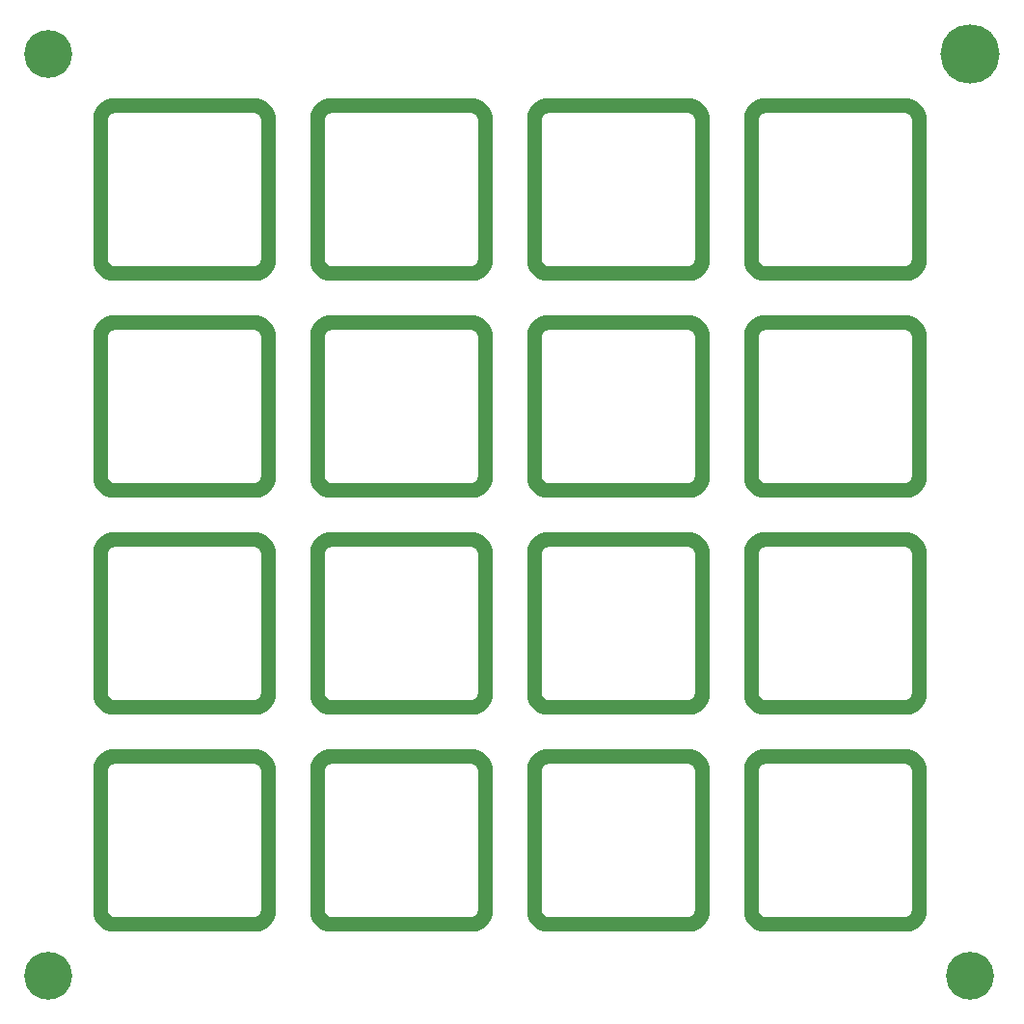
<source format=gbr>
G04 EAGLE Gerber RS-274X export*
G75*
%MOMM*%
%FSLAX34Y34*%
%LPD*%
%INSoldermask Bottom*%
%IPPOS*%
%AMOC8*
5,1,8,0,0,1.08239X$1,22.5*%
G01*
%ADD10C,1.270000*%
%ADD11C,4.203200*%
%ADD12C,5.203200*%


D10*
X129688Y835844D02*
X129373Y835840D01*
X129058Y835829D01*
X128744Y835810D01*
X128430Y835783D01*
X128117Y835749D01*
X127805Y835707D01*
X127494Y835658D01*
X127184Y835601D01*
X126876Y835537D01*
X126569Y835465D01*
X126265Y835386D01*
X125962Y835300D01*
X125661Y835206D01*
X125363Y835105D01*
X125067Y834997D01*
X124774Y834882D01*
X124484Y834760D01*
X124197Y834630D01*
X123913Y834494D01*
X123632Y834351D01*
X123355Y834202D01*
X123082Y834045D01*
X122812Y833882D01*
X122547Y833713D01*
X122286Y833537D01*
X122029Y833355D01*
X121776Y833167D01*
X121528Y832973D01*
X121285Y832773D01*
X121047Y832567D01*
X120814Y832355D01*
X120586Y832138D01*
X120363Y831915D01*
X120146Y831687D01*
X119934Y831454D01*
X119728Y831216D01*
X119528Y830973D01*
X119334Y830725D01*
X119146Y830472D01*
X118964Y830215D01*
X118788Y829954D01*
X118619Y829689D01*
X118456Y829419D01*
X118299Y829146D01*
X118150Y828869D01*
X118007Y828588D01*
X117871Y828304D01*
X117741Y828017D01*
X117619Y827727D01*
X117504Y827434D01*
X117396Y827138D01*
X117295Y826840D01*
X117201Y826539D01*
X117115Y826236D01*
X117036Y825932D01*
X116964Y825625D01*
X116900Y825317D01*
X116843Y825007D01*
X116794Y824696D01*
X116752Y824384D01*
X116718Y824071D01*
X116691Y823757D01*
X116672Y823443D01*
X116661Y823128D01*
X116657Y822813D01*
X129688Y835844D02*
X251313Y835844D01*
X251628Y835840D01*
X251943Y835829D01*
X252257Y835810D01*
X252571Y835783D01*
X252884Y835749D01*
X253196Y835707D01*
X253507Y835658D01*
X253817Y835601D01*
X254125Y835537D01*
X254432Y835465D01*
X254736Y835386D01*
X255039Y835300D01*
X255340Y835206D01*
X255638Y835105D01*
X255934Y834997D01*
X256227Y834882D01*
X256517Y834760D01*
X256804Y834630D01*
X257088Y834494D01*
X257369Y834351D01*
X257646Y834202D01*
X257919Y834045D01*
X258189Y833882D01*
X258454Y833713D01*
X258715Y833537D01*
X258972Y833355D01*
X259225Y833167D01*
X259473Y832973D01*
X259716Y832773D01*
X259954Y832567D01*
X260187Y832355D01*
X260415Y832138D01*
X260638Y831915D01*
X260855Y831687D01*
X261067Y831454D01*
X261273Y831216D01*
X261473Y830973D01*
X261667Y830725D01*
X261855Y830472D01*
X262037Y830215D01*
X262213Y829954D01*
X262382Y829689D01*
X262545Y829419D01*
X262702Y829146D01*
X262851Y828869D01*
X262994Y828588D01*
X263130Y828304D01*
X263260Y828017D01*
X263382Y827727D01*
X263497Y827434D01*
X263605Y827138D01*
X263706Y826840D01*
X263800Y826539D01*
X263886Y826236D01*
X263965Y825932D01*
X264037Y825625D01*
X264101Y825317D01*
X264158Y825007D01*
X264207Y824696D01*
X264249Y824384D01*
X264283Y824071D01*
X264310Y823757D01*
X264329Y823443D01*
X264340Y823128D01*
X264344Y822813D01*
X264344Y701188D01*
X264340Y700873D01*
X264329Y700558D01*
X264310Y700244D01*
X264283Y699930D01*
X264249Y699617D01*
X264207Y699305D01*
X264158Y698994D01*
X264101Y698684D01*
X264037Y698376D01*
X263965Y698069D01*
X263886Y697765D01*
X263800Y697462D01*
X263706Y697161D01*
X263605Y696863D01*
X263497Y696567D01*
X263382Y696274D01*
X263260Y695984D01*
X263130Y695697D01*
X262994Y695413D01*
X262851Y695132D01*
X262702Y694855D01*
X262545Y694582D01*
X262382Y694312D01*
X262213Y694047D01*
X262037Y693786D01*
X261855Y693529D01*
X261667Y693276D01*
X261473Y693028D01*
X261273Y692785D01*
X261067Y692547D01*
X260855Y692314D01*
X260638Y692086D01*
X260415Y691863D01*
X260187Y691646D01*
X259954Y691434D01*
X259716Y691228D01*
X259473Y691028D01*
X259225Y690834D01*
X258972Y690646D01*
X258715Y690464D01*
X258454Y690288D01*
X258189Y690119D01*
X257919Y689956D01*
X257646Y689799D01*
X257369Y689650D01*
X257088Y689507D01*
X256804Y689371D01*
X256517Y689241D01*
X256227Y689119D01*
X255934Y689004D01*
X255638Y688896D01*
X255340Y688795D01*
X255039Y688701D01*
X254736Y688615D01*
X254432Y688536D01*
X254125Y688464D01*
X253817Y688400D01*
X253507Y688343D01*
X253196Y688294D01*
X252884Y688252D01*
X252571Y688218D01*
X252257Y688191D01*
X251943Y688172D01*
X251628Y688161D01*
X251313Y688157D01*
X251313Y688156D02*
X129688Y688156D01*
X129688Y688157D02*
X129373Y688161D01*
X129058Y688172D01*
X128744Y688191D01*
X128430Y688218D01*
X128117Y688252D01*
X127805Y688294D01*
X127494Y688343D01*
X127184Y688400D01*
X126876Y688464D01*
X126569Y688536D01*
X126265Y688615D01*
X125962Y688701D01*
X125661Y688795D01*
X125363Y688896D01*
X125067Y689004D01*
X124774Y689119D01*
X124484Y689241D01*
X124197Y689371D01*
X123913Y689507D01*
X123632Y689650D01*
X123355Y689799D01*
X123082Y689956D01*
X122812Y690119D01*
X122547Y690288D01*
X122286Y690464D01*
X122029Y690646D01*
X121776Y690834D01*
X121528Y691028D01*
X121285Y691228D01*
X121047Y691434D01*
X120814Y691646D01*
X120586Y691863D01*
X120363Y692086D01*
X120146Y692314D01*
X119934Y692547D01*
X119728Y692785D01*
X119528Y693028D01*
X119334Y693276D01*
X119146Y693529D01*
X118964Y693786D01*
X118788Y694047D01*
X118619Y694312D01*
X118456Y694582D01*
X118299Y694855D01*
X118150Y695132D01*
X118007Y695413D01*
X117871Y695697D01*
X117741Y695984D01*
X117619Y696274D01*
X117504Y696567D01*
X117396Y696863D01*
X117295Y697161D01*
X117201Y697462D01*
X117115Y697765D01*
X117036Y698069D01*
X116964Y698376D01*
X116900Y698684D01*
X116843Y698994D01*
X116794Y699305D01*
X116752Y699617D01*
X116718Y699930D01*
X116691Y700244D01*
X116672Y700558D01*
X116661Y700873D01*
X116657Y701188D01*
X116656Y701188D02*
X116656Y822813D01*
X129688Y645344D02*
X129373Y645340D01*
X129058Y645329D01*
X128744Y645310D01*
X128430Y645283D01*
X128117Y645249D01*
X127805Y645207D01*
X127494Y645158D01*
X127184Y645101D01*
X126876Y645037D01*
X126569Y644965D01*
X126265Y644886D01*
X125962Y644800D01*
X125661Y644706D01*
X125363Y644605D01*
X125067Y644497D01*
X124774Y644382D01*
X124484Y644260D01*
X124197Y644130D01*
X123913Y643994D01*
X123632Y643851D01*
X123355Y643702D01*
X123082Y643545D01*
X122812Y643382D01*
X122547Y643213D01*
X122286Y643037D01*
X122029Y642855D01*
X121776Y642667D01*
X121528Y642473D01*
X121285Y642273D01*
X121047Y642067D01*
X120814Y641855D01*
X120586Y641638D01*
X120363Y641415D01*
X120146Y641187D01*
X119934Y640954D01*
X119728Y640716D01*
X119528Y640473D01*
X119334Y640225D01*
X119146Y639972D01*
X118964Y639715D01*
X118788Y639454D01*
X118619Y639189D01*
X118456Y638919D01*
X118299Y638646D01*
X118150Y638369D01*
X118007Y638088D01*
X117871Y637804D01*
X117741Y637517D01*
X117619Y637227D01*
X117504Y636934D01*
X117396Y636638D01*
X117295Y636340D01*
X117201Y636039D01*
X117115Y635736D01*
X117036Y635432D01*
X116964Y635125D01*
X116900Y634817D01*
X116843Y634507D01*
X116794Y634196D01*
X116752Y633884D01*
X116718Y633571D01*
X116691Y633257D01*
X116672Y632943D01*
X116661Y632628D01*
X116657Y632313D01*
X129688Y645344D02*
X251313Y645344D01*
X251628Y645340D01*
X251943Y645329D01*
X252257Y645310D01*
X252571Y645283D01*
X252884Y645249D01*
X253196Y645207D01*
X253507Y645158D01*
X253817Y645101D01*
X254125Y645037D01*
X254432Y644965D01*
X254736Y644886D01*
X255039Y644800D01*
X255340Y644706D01*
X255638Y644605D01*
X255934Y644497D01*
X256227Y644382D01*
X256517Y644260D01*
X256804Y644130D01*
X257088Y643994D01*
X257369Y643851D01*
X257646Y643702D01*
X257919Y643545D01*
X258189Y643382D01*
X258454Y643213D01*
X258715Y643037D01*
X258972Y642855D01*
X259225Y642667D01*
X259473Y642473D01*
X259716Y642273D01*
X259954Y642067D01*
X260187Y641855D01*
X260415Y641638D01*
X260638Y641415D01*
X260855Y641187D01*
X261067Y640954D01*
X261273Y640716D01*
X261473Y640473D01*
X261667Y640225D01*
X261855Y639972D01*
X262037Y639715D01*
X262213Y639454D01*
X262382Y639189D01*
X262545Y638919D01*
X262702Y638646D01*
X262851Y638369D01*
X262994Y638088D01*
X263130Y637804D01*
X263260Y637517D01*
X263382Y637227D01*
X263497Y636934D01*
X263605Y636638D01*
X263706Y636340D01*
X263800Y636039D01*
X263886Y635736D01*
X263965Y635432D01*
X264037Y635125D01*
X264101Y634817D01*
X264158Y634507D01*
X264207Y634196D01*
X264249Y633884D01*
X264283Y633571D01*
X264310Y633257D01*
X264329Y632943D01*
X264340Y632628D01*
X264344Y632313D01*
X264344Y510688D01*
X264340Y510373D01*
X264329Y510058D01*
X264310Y509744D01*
X264283Y509430D01*
X264249Y509117D01*
X264207Y508805D01*
X264158Y508494D01*
X264101Y508184D01*
X264037Y507876D01*
X263965Y507569D01*
X263886Y507265D01*
X263800Y506962D01*
X263706Y506661D01*
X263605Y506363D01*
X263497Y506067D01*
X263382Y505774D01*
X263260Y505484D01*
X263130Y505197D01*
X262994Y504913D01*
X262851Y504632D01*
X262702Y504355D01*
X262545Y504082D01*
X262382Y503812D01*
X262213Y503547D01*
X262037Y503286D01*
X261855Y503029D01*
X261667Y502776D01*
X261473Y502528D01*
X261273Y502285D01*
X261067Y502047D01*
X260855Y501814D01*
X260638Y501586D01*
X260415Y501363D01*
X260187Y501146D01*
X259954Y500934D01*
X259716Y500728D01*
X259473Y500528D01*
X259225Y500334D01*
X258972Y500146D01*
X258715Y499964D01*
X258454Y499788D01*
X258189Y499619D01*
X257919Y499456D01*
X257646Y499299D01*
X257369Y499150D01*
X257088Y499007D01*
X256804Y498871D01*
X256517Y498741D01*
X256227Y498619D01*
X255934Y498504D01*
X255638Y498396D01*
X255340Y498295D01*
X255039Y498201D01*
X254736Y498115D01*
X254432Y498036D01*
X254125Y497964D01*
X253817Y497900D01*
X253507Y497843D01*
X253196Y497794D01*
X252884Y497752D01*
X252571Y497718D01*
X252257Y497691D01*
X251943Y497672D01*
X251628Y497661D01*
X251313Y497657D01*
X251313Y497656D02*
X129688Y497656D01*
X129688Y497657D02*
X129373Y497661D01*
X129058Y497672D01*
X128744Y497691D01*
X128430Y497718D01*
X128117Y497752D01*
X127805Y497794D01*
X127494Y497843D01*
X127184Y497900D01*
X126876Y497964D01*
X126569Y498036D01*
X126265Y498115D01*
X125962Y498201D01*
X125661Y498295D01*
X125363Y498396D01*
X125067Y498504D01*
X124774Y498619D01*
X124484Y498741D01*
X124197Y498871D01*
X123913Y499007D01*
X123632Y499150D01*
X123355Y499299D01*
X123082Y499456D01*
X122812Y499619D01*
X122547Y499788D01*
X122286Y499964D01*
X122029Y500146D01*
X121776Y500334D01*
X121528Y500528D01*
X121285Y500728D01*
X121047Y500934D01*
X120814Y501146D01*
X120586Y501363D01*
X120363Y501586D01*
X120146Y501814D01*
X119934Y502047D01*
X119728Y502285D01*
X119528Y502528D01*
X119334Y502776D01*
X119146Y503029D01*
X118964Y503286D01*
X118788Y503547D01*
X118619Y503812D01*
X118456Y504082D01*
X118299Y504355D01*
X118150Y504632D01*
X118007Y504913D01*
X117871Y505197D01*
X117741Y505484D01*
X117619Y505774D01*
X117504Y506067D01*
X117396Y506363D01*
X117295Y506661D01*
X117201Y506962D01*
X117115Y507265D01*
X117036Y507569D01*
X116964Y507876D01*
X116900Y508184D01*
X116843Y508494D01*
X116794Y508805D01*
X116752Y509117D01*
X116718Y509430D01*
X116691Y509744D01*
X116672Y510058D01*
X116661Y510373D01*
X116657Y510688D01*
X116656Y510688D02*
X116656Y632313D01*
X129688Y454844D02*
X129373Y454840D01*
X129058Y454829D01*
X128744Y454810D01*
X128430Y454783D01*
X128117Y454749D01*
X127805Y454707D01*
X127494Y454658D01*
X127184Y454601D01*
X126876Y454537D01*
X126569Y454465D01*
X126265Y454386D01*
X125962Y454300D01*
X125661Y454206D01*
X125363Y454105D01*
X125067Y453997D01*
X124774Y453882D01*
X124484Y453760D01*
X124197Y453630D01*
X123913Y453494D01*
X123632Y453351D01*
X123355Y453202D01*
X123082Y453045D01*
X122812Y452882D01*
X122547Y452713D01*
X122286Y452537D01*
X122029Y452355D01*
X121776Y452167D01*
X121528Y451973D01*
X121285Y451773D01*
X121047Y451567D01*
X120814Y451355D01*
X120586Y451138D01*
X120363Y450915D01*
X120146Y450687D01*
X119934Y450454D01*
X119728Y450216D01*
X119528Y449973D01*
X119334Y449725D01*
X119146Y449472D01*
X118964Y449215D01*
X118788Y448954D01*
X118619Y448689D01*
X118456Y448419D01*
X118299Y448146D01*
X118150Y447869D01*
X118007Y447588D01*
X117871Y447304D01*
X117741Y447017D01*
X117619Y446727D01*
X117504Y446434D01*
X117396Y446138D01*
X117295Y445840D01*
X117201Y445539D01*
X117115Y445236D01*
X117036Y444932D01*
X116964Y444625D01*
X116900Y444317D01*
X116843Y444007D01*
X116794Y443696D01*
X116752Y443384D01*
X116718Y443071D01*
X116691Y442757D01*
X116672Y442443D01*
X116661Y442128D01*
X116657Y441813D01*
X129688Y454844D02*
X251313Y454844D01*
X251628Y454840D01*
X251943Y454829D01*
X252257Y454810D01*
X252571Y454783D01*
X252884Y454749D01*
X253196Y454707D01*
X253507Y454658D01*
X253817Y454601D01*
X254125Y454537D01*
X254432Y454465D01*
X254736Y454386D01*
X255039Y454300D01*
X255340Y454206D01*
X255638Y454105D01*
X255934Y453997D01*
X256227Y453882D01*
X256517Y453760D01*
X256804Y453630D01*
X257088Y453494D01*
X257369Y453351D01*
X257646Y453202D01*
X257919Y453045D01*
X258189Y452882D01*
X258454Y452713D01*
X258715Y452537D01*
X258972Y452355D01*
X259225Y452167D01*
X259473Y451973D01*
X259716Y451773D01*
X259954Y451567D01*
X260187Y451355D01*
X260415Y451138D01*
X260638Y450915D01*
X260855Y450687D01*
X261067Y450454D01*
X261273Y450216D01*
X261473Y449973D01*
X261667Y449725D01*
X261855Y449472D01*
X262037Y449215D01*
X262213Y448954D01*
X262382Y448689D01*
X262545Y448419D01*
X262702Y448146D01*
X262851Y447869D01*
X262994Y447588D01*
X263130Y447304D01*
X263260Y447017D01*
X263382Y446727D01*
X263497Y446434D01*
X263605Y446138D01*
X263706Y445840D01*
X263800Y445539D01*
X263886Y445236D01*
X263965Y444932D01*
X264037Y444625D01*
X264101Y444317D01*
X264158Y444007D01*
X264207Y443696D01*
X264249Y443384D01*
X264283Y443071D01*
X264310Y442757D01*
X264329Y442443D01*
X264340Y442128D01*
X264344Y441813D01*
X264344Y320188D01*
X264340Y319873D01*
X264329Y319558D01*
X264310Y319244D01*
X264283Y318930D01*
X264249Y318617D01*
X264207Y318305D01*
X264158Y317994D01*
X264101Y317684D01*
X264037Y317376D01*
X263965Y317069D01*
X263886Y316765D01*
X263800Y316462D01*
X263706Y316161D01*
X263605Y315863D01*
X263497Y315567D01*
X263382Y315274D01*
X263260Y314984D01*
X263130Y314697D01*
X262994Y314413D01*
X262851Y314132D01*
X262702Y313855D01*
X262545Y313582D01*
X262382Y313312D01*
X262213Y313047D01*
X262037Y312786D01*
X261855Y312529D01*
X261667Y312276D01*
X261473Y312028D01*
X261273Y311785D01*
X261067Y311547D01*
X260855Y311314D01*
X260638Y311086D01*
X260415Y310863D01*
X260187Y310646D01*
X259954Y310434D01*
X259716Y310228D01*
X259473Y310028D01*
X259225Y309834D01*
X258972Y309646D01*
X258715Y309464D01*
X258454Y309288D01*
X258189Y309119D01*
X257919Y308956D01*
X257646Y308799D01*
X257369Y308650D01*
X257088Y308507D01*
X256804Y308371D01*
X256517Y308241D01*
X256227Y308119D01*
X255934Y308004D01*
X255638Y307896D01*
X255340Y307795D01*
X255039Y307701D01*
X254736Y307615D01*
X254432Y307536D01*
X254125Y307464D01*
X253817Y307400D01*
X253507Y307343D01*
X253196Y307294D01*
X252884Y307252D01*
X252571Y307218D01*
X252257Y307191D01*
X251943Y307172D01*
X251628Y307161D01*
X251313Y307157D01*
X251313Y307156D02*
X129688Y307156D01*
X129688Y307157D02*
X129373Y307161D01*
X129058Y307172D01*
X128744Y307191D01*
X128430Y307218D01*
X128117Y307252D01*
X127805Y307294D01*
X127494Y307343D01*
X127184Y307400D01*
X126876Y307464D01*
X126569Y307536D01*
X126265Y307615D01*
X125962Y307701D01*
X125661Y307795D01*
X125363Y307896D01*
X125067Y308004D01*
X124774Y308119D01*
X124484Y308241D01*
X124197Y308371D01*
X123913Y308507D01*
X123632Y308650D01*
X123355Y308799D01*
X123082Y308956D01*
X122812Y309119D01*
X122547Y309288D01*
X122286Y309464D01*
X122029Y309646D01*
X121776Y309834D01*
X121528Y310028D01*
X121285Y310228D01*
X121047Y310434D01*
X120814Y310646D01*
X120586Y310863D01*
X120363Y311086D01*
X120146Y311314D01*
X119934Y311547D01*
X119728Y311785D01*
X119528Y312028D01*
X119334Y312276D01*
X119146Y312529D01*
X118964Y312786D01*
X118788Y313047D01*
X118619Y313312D01*
X118456Y313582D01*
X118299Y313855D01*
X118150Y314132D01*
X118007Y314413D01*
X117871Y314697D01*
X117741Y314984D01*
X117619Y315274D01*
X117504Y315567D01*
X117396Y315863D01*
X117295Y316161D01*
X117201Y316462D01*
X117115Y316765D01*
X117036Y317069D01*
X116964Y317376D01*
X116900Y317684D01*
X116843Y317994D01*
X116794Y318305D01*
X116752Y318617D01*
X116718Y318930D01*
X116691Y319244D01*
X116672Y319558D01*
X116661Y319873D01*
X116657Y320188D01*
X116656Y320188D02*
X116656Y441813D01*
X129688Y264344D02*
X129373Y264340D01*
X129058Y264329D01*
X128744Y264310D01*
X128430Y264283D01*
X128117Y264249D01*
X127805Y264207D01*
X127494Y264158D01*
X127184Y264101D01*
X126876Y264037D01*
X126569Y263965D01*
X126265Y263886D01*
X125962Y263800D01*
X125661Y263706D01*
X125363Y263605D01*
X125067Y263497D01*
X124774Y263382D01*
X124484Y263260D01*
X124197Y263130D01*
X123913Y262994D01*
X123632Y262851D01*
X123355Y262702D01*
X123082Y262545D01*
X122812Y262382D01*
X122547Y262213D01*
X122286Y262037D01*
X122029Y261855D01*
X121776Y261667D01*
X121528Y261473D01*
X121285Y261273D01*
X121047Y261067D01*
X120814Y260855D01*
X120586Y260638D01*
X120363Y260415D01*
X120146Y260187D01*
X119934Y259954D01*
X119728Y259716D01*
X119528Y259473D01*
X119334Y259225D01*
X119146Y258972D01*
X118964Y258715D01*
X118788Y258454D01*
X118619Y258189D01*
X118456Y257919D01*
X118299Y257646D01*
X118150Y257369D01*
X118007Y257088D01*
X117871Y256804D01*
X117741Y256517D01*
X117619Y256227D01*
X117504Y255934D01*
X117396Y255638D01*
X117295Y255340D01*
X117201Y255039D01*
X117115Y254736D01*
X117036Y254432D01*
X116964Y254125D01*
X116900Y253817D01*
X116843Y253507D01*
X116794Y253196D01*
X116752Y252884D01*
X116718Y252571D01*
X116691Y252257D01*
X116672Y251943D01*
X116661Y251628D01*
X116657Y251313D01*
X129688Y264344D02*
X251313Y264344D01*
X251628Y264340D01*
X251943Y264329D01*
X252257Y264310D01*
X252571Y264283D01*
X252884Y264249D01*
X253196Y264207D01*
X253507Y264158D01*
X253817Y264101D01*
X254125Y264037D01*
X254432Y263965D01*
X254736Y263886D01*
X255039Y263800D01*
X255340Y263706D01*
X255638Y263605D01*
X255934Y263497D01*
X256227Y263382D01*
X256517Y263260D01*
X256804Y263130D01*
X257088Y262994D01*
X257369Y262851D01*
X257646Y262702D01*
X257919Y262545D01*
X258189Y262382D01*
X258454Y262213D01*
X258715Y262037D01*
X258972Y261855D01*
X259225Y261667D01*
X259473Y261473D01*
X259716Y261273D01*
X259954Y261067D01*
X260187Y260855D01*
X260415Y260638D01*
X260638Y260415D01*
X260855Y260187D01*
X261067Y259954D01*
X261273Y259716D01*
X261473Y259473D01*
X261667Y259225D01*
X261855Y258972D01*
X262037Y258715D01*
X262213Y258454D01*
X262382Y258189D01*
X262545Y257919D01*
X262702Y257646D01*
X262851Y257369D01*
X262994Y257088D01*
X263130Y256804D01*
X263260Y256517D01*
X263382Y256227D01*
X263497Y255934D01*
X263605Y255638D01*
X263706Y255340D01*
X263800Y255039D01*
X263886Y254736D01*
X263965Y254432D01*
X264037Y254125D01*
X264101Y253817D01*
X264158Y253507D01*
X264207Y253196D01*
X264249Y252884D01*
X264283Y252571D01*
X264310Y252257D01*
X264329Y251943D01*
X264340Y251628D01*
X264344Y251313D01*
X264344Y129688D01*
X264340Y129373D01*
X264329Y129058D01*
X264310Y128744D01*
X264283Y128430D01*
X264249Y128117D01*
X264207Y127805D01*
X264158Y127494D01*
X264101Y127184D01*
X264037Y126876D01*
X263965Y126569D01*
X263886Y126265D01*
X263800Y125962D01*
X263706Y125661D01*
X263605Y125363D01*
X263497Y125067D01*
X263382Y124774D01*
X263260Y124484D01*
X263130Y124197D01*
X262994Y123913D01*
X262851Y123632D01*
X262702Y123355D01*
X262545Y123082D01*
X262382Y122812D01*
X262213Y122547D01*
X262037Y122286D01*
X261855Y122029D01*
X261667Y121776D01*
X261473Y121528D01*
X261273Y121285D01*
X261067Y121047D01*
X260855Y120814D01*
X260638Y120586D01*
X260415Y120363D01*
X260187Y120146D01*
X259954Y119934D01*
X259716Y119728D01*
X259473Y119528D01*
X259225Y119334D01*
X258972Y119146D01*
X258715Y118964D01*
X258454Y118788D01*
X258189Y118619D01*
X257919Y118456D01*
X257646Y118299D01*
X257369Y118150D01*
X257088Y118007D01*
X256804Y117871D01*
X256517Y117741D01*
X256227Y117619D01*
X255934Y117504D01*
X255638Y117396D01*
X255340Y117295D01*
X255039Y117201D01*
X254736Y117115D01*
X254432Y117036D01*
X254125Y116964D01*
X253817Y116900D01*
X253507Y116843D01*
X253196Y116794D01*
X252884Y116752D01*
X252571Y116718D01*
X252257Y116691D01*
X251943Y116672D01*
X251628Y116661D01*
X251313Y116657D01*
X251313Y116656D02*
X129688Y116656D01*
X129688Y116657D02*
X129373Y116661D01*
X129058Y116672D01*
X128744Y116691D01*
X128430Y116718D01*
X128117Y116752D01*
X127805Y116794D01*
X127494Y116843D01*
X127184Y116900D01*
X126876Y116964D01*
X126569Y117036D01*
X126265Y117115D01*
X125962Y117201D01*
X125661Y117295D01*
X125363Y117396D01*
X125067Y117504D01*
X124774Y117619D01*
X124484Y117741D01*
X124197Y117871D01*
X123913Y118007D01*
X123632Y118150D01*
X123355Y118299D01*
X123082Y118456D01*
X122812Y118619D01*
X122547Y118788D01*
X122286Y118964D01*
X122029Y119146D01*
X121776Y119334D01*
X121528Y119528D01*
X121285Y119728D01*
X121047Y119934D01*
X120814Y120146D01*
X120586Y120363D01*
X120363Y120586D01*
X120146Y120814D01*
X119934Y121047D01*
X119728Y121285D01*
X119528Y121528D01*
X119334Y121776D01*
X119146Y122029D01*
X118964Y122286D01*
X118788Y122547D01*
X118619Y122812D01*
X118456Y123082D01*
X118299Y123355D01*
X118150Y123632D01*
X118007Y123913D01*
X117871Y124197D01*
X117741Y124484D01*
X117619Y124774D01*
X117504Y125067D01*
X117396Y125363D01*
X117295Y125661D01*
X117201Y125962D01*
X117115Y126265D01*
X117036Y126569D01*
X116964Y126876D01*
X116900Y127184D01*
X116843Y127494D01*
X116794Y127805D01*
X116752Y128117D01*
X116718Y128430D01*
X116691Y128744D01*
X116672Y129058D01*
X116661Y129373D01*
X116657Y129688D01*
X116656Y129688D02*
X116656Y251313D01*
X307157Y822813D02*
X307161Y823128D01*
X307172Y823443D01*
X307191Y823757D01*
X307218Y824071D01*
X307252Y824384D01*
X307294Y824696D01*
X307343Y825007D01*
X307400Y825317D01*
X307464Y825625D01*
X307536Y825932D01*
X307615Y826236D01*
X307701Y826539D01*
X307795Y826840D01*
X307896Y827138D01*
X308004Y827434D01*
X308119Y827727D01*
X308241Y828017D01*
X308371Y828304D01*
X308507Y828588D01*
X308650Y828869D01*
X308799Y829146D01*
X308956Y829419D01*
X309119Y829689D01*
X309288Y829954D01*
X309464Y830215D01*
X309646Y830472D01*
X309834Y830725D01*
X310028Y830973D01*
X310228Y831216D01*
X310434Y831454D01*
X310646Y831687D01*
X310863Y831915D01*
X311086Y832138D01*
X311314Y832355D01*
X311547Y832567D01*
X311785Y832773D01*
X312028Y832973D01*
X312276Y833167D01*
X312529Y833355D01*
X312786Y833537D01*
X313047Y833713D01*
X313312Y833882D01*
X313582Y834045D01*
X313855Y834202D01*
X314132Y834351D01*
X314413Y834494D01*
X314697Y834630D01*
X314984Y834760D01*
X315274Y834882D01*
X315567Y834997D01*
X315863Y835105D01*
X316161Y835206D01*
X316462Y835300D01*
X316765Y835386D01*
X317069Y835465D01*
X317376Y835537D01*
X317684Y835601D01*
X317994Y835658D01*
X318305Y835707D01*
X318617Y835749D01*
X318930Y835783D01*
X319244Y835810D01*
X319558Y835829D01*
X319873Y835840D01*
X320188Y835844D01*
X441813Y835844D01*
X442128Y835840D01*
X442443Y835829D01*
X442757Y835810D01*
X443071Y835783D01*
X443384Y835749D01*
X443696Y835707D01*
X444007Y835658D01*
X444317Y835601D01*
X444625Y835537D01*
X444932Y835465D01*
X445236Y835386D01*
X445539Y835300D01*
X445840Y835206D01*
X446138Y835105D01*
X446434Y834997D01*
X446727Y834882D01*
X447017Y834760D01*
X447304Y834630D01*
X447588Y834494D01*
X447869Y834351D01*
X448146Y834202D01*
X448419Y834045D01*
X448689Y833882D01*
X448954Y833713D01*
X449215Y833537D01*
X449472Y833355D01*
X449725Y833167D01*
X449973Y832973D01*
X450216Y832773D01*
X450454Y832567D01*
X450687Y832355D01*
X450915Y832138D01*
X451138Y831915D01*
X451355Y831687D01*
X451567Y831454D01*
X451773Y831216D01*
X451973Y830973D01*
X452167Y830725D01*
X452355Y830472D01*
X452537Y830215D01*
X452713Y829954D01*
X452882Y829689D01*
X453045Y829419D01*
X453202Y829146D01*
X453351Y828869D01*
X453494Y828588D01*
X453630Y828304D01*
X453760Y828017D01*
X453882Y827727D01*
X453997Y827434D01*
X454105Y827138D01*
X454206Y826840D01*
X454300Y826539D01*
X454386Y826236D01*
X454465Y825932D01*
X454537Y825625D01*
X454601Y825317D01*
X454658Y825007D01*
X454707Y824696D01*
X454749Y824384D01*
X454783Y824071D01*
X454810Y823757D01*
X454829Y823443D01*
X454840Y823128D01*
X454844Y822813D01*
X454844Y701188D01*
X454840Y700873D01*
X454829Y700558D01*
X454810Y700244D01*
X454783Y699930D01*
X454749Y699617D01*
X454707Y699305D01*
X454658Y698994D01*
X454601Y698684D01*
X454537Y698376D01*
X454465Y698069D01*
X454386Y697765D01*
X454300Y697462D01*
X454206Y697161D01*
X454105Y696863D01*
X453997Y696567D01*
X453882Y696274D01*
X453760Y695984D01*
X453630Y695697D01*
X453494Y695413D01*
X453351Y695132D01*
X453202Y694855D01*
X453045Y694582D01*
X452882Y694312D01*
X452713Y694047D01*
X452537Y693786D01*
X452355Y693529D01*
X452167Y693276D01*
X451973Y693028D01*
X451773Y692785D01*
X451567Y692547D01*
X451355Y692314D01*
X451138Y692086D01*
X450915Y691863D01*
X450687Y691646D01*
X450454Y691434D01*
X450216Y691228D01*
X449973Y691028D01*
X449725Y690834D01*
X449472Y690646D01*
X449215Y690464D01*
X448954Y690288D01*
X448689Y690119D01*
X448419Y689956D01*
X448146Y689799D01*
X447869Y689650D01*
X447588Y689507D01*
X447304Y689371D01*
X447017Y689241D01*
X446727Y689119D01*
X446434Y689004D01*
X446138Y688896D01*
X445840Y688795D01*
X445539Y688701D01*
X445236Y688615D01*
X444932Y688536D01*
X444625Y688464D01*
X444317Y688400D01*
X444007Y688343D01*
X443696Y688294D01*
X443384Y688252D01*
X443071Y688218D01*
X442757Y688191D01*
X442443Y688172D01*
X442128Y688161D01*
X441813Y688157D01*
X441813Y688156D02*
X320188Y688156D01*
X320188Y688157D02*
X319873Y688161D01*
X319558Y688172D01*
X319244Y688191D01*
X318930Y688218D01*
X318617Y688252D01*
X318305Y688294D01*
X317994Y688343D01*
X317684Y688400D01*
X317376Y688464D01*
X317069Y688536D01*
X316765Y688615D01*
X316462Y688701D01*
X316161Y688795D01*
X315863Y688896D01*
X315567Y689004D01*
X315274Y689119D01*
X314984Y689241D01*
X314697Y689371D01*
X314413Y689507D01*
X314132Y689650D01*
X313855Y689799D01*
X313582Y689956D01*
X313312Y690119D01*
X313047Y690288D01*
X312786Y690464D01*
X312529Y690646D01*
X312276Y690834D01*
X312028Y691028D01*
X311785Y691228D01*
X311547Y691434D01*
X311314Y691646D01*
X311086Y691863D01*
X310863Y692086D01*
X310646Y692314D01*
X310434Y692547D01*
X310228Y692785D01*
X310028Y693028D01*
X309834Y693276D01*
X309646Y693529D01*
X309464Y693786D01*
X309288Y694047D01*
X309119Y694312D01*
X308956Y694582D01*
X308799Y694855D01*
X308650Y695132D01*
X308507Y695413D01*
X308371Y695697D01*
X308241Y695984D01*
X308119Y696274D01*
X308004Y696567D01*
X307896Y696863D01*
X307795Y697161D01*
X307701Y697462D01*
X307615Y697765D01*
X307536Y698069D01*
X307464Y698376D01*
X307400Y698684D01*
X307343Y698994D01*
X307294Y699305D01*
X307252Y699617D01*
X307218Y699930D01*
X307191Y700244D01*
X307172Y700558D01*
X307161Y700873D01*
X307157Y701188D01*
X307156Y701188D02*
X307156Y822813D01*
X510688Y454844D02*
X510373Y454840D01*
X510058Y454829D01*
X509744Y454810D01*
X509430Y454783D01*
X509117Y454749D01*
X508805Y454707D01*
X508494Y454658D01*
X508184Y454601D01*
X507876Y454537D01*
X507569Y454465D01*
X507265Y454386D01*
X506962Y454300D01*
X506661Y454206D01*
X506363Y454105D01*
X506067Y453997D01*
X505774Y453882D01*
X505484Y453760D01*
X505197Y453630D01*
X504913Y453494D01*
X504632Y453351D01*
X504355Y453202D01*
X504082Y453045D01*
X503812Y452882D01*
X503547Y452713D01*
X503286Y452537D01*
X503029Y452355D01*
X502776Y452167D01*
X502528Y451973D01*
X502285Y451773D01*
X502047Y451567D01*
X501814Y451355D01*
X501586Y451138D01*
X501363Y450915D01*
X501146Y450687D01*
X500934Y450454D01*
X500728Y450216D01*
X500528Y449973D01*
X500334Y449725D01*
X500146Y449472D01*
X499964Y449215D01*
X499788Y448954D01*
X499619Y448689D01*
X499456Y448419D01*
X499299Y448146D01*
X499150Y447869D01*
X499007Y447588D01*
X498871Y447304D01*
X498741Y447017D01*
X498619Y446727D01*
X498504Y446434D01*
X498396Y446138D01*
X498295Y445840D01*
X498201Y445539D01*
X498115Y445236D01*
X498036Y444932D01*
X497964Y444625D01*
X497900Y444317D01*
X497843Y444007D01*
X497794Y443696D01*
X497752Y443384D01*
X497718Y443071D01*
X497691Y442757D01*
X497672Y442443D01*
X497661Y442128D01*
X497657Y441813D01*
X510688Y454844D02*
X632313Y454844D01*
X632628Y454840D01*
X632943Y454829D01*
X633257Y454810D01*
X633571Y454783D01*
X633884Y454749D01*
X634196Y454707D01*
X634507Y454658D01*
X634817Y454601D01*
X635125Y454537D01*
X635432Y454465D01*
X635736Y454386D01*
X636039Y454300D01*
X636340Y454206D01*
X636638Y454105D01*
X636934Y453997D01*
X637227Y453882D01*
X637517Y453760D01*
X637804Y453630D01*
X638088Y453494D01*
X638369Y453351D01*
X638646Y453202D01*
X638919Y453045D01*
X639189Y452882D01*
X639454Y452713D01*
X639715Y452537D01*
X639972Y452355D01*
X640225Y452167D01*
X640473Y451973D01*
X640716Y451773D01*
X640954Y451567D01*
X641187Y451355D01*
X641415Y451138D01*
X641638Y450915D01*
X641855Y450687D01*
X642067Y450454D01*
X642273Y450216D01*
X642473Y449973D01*
X642667Y449725D01*
X642855Y449472D01*
X643037Y449215D01*
X643213Y448954D01*
X643382Y448689D01*
X643545Y448419D01*
X643702Y448146D01*
X643851Y447869D01*
X643994Y447588D01*
X644130Y447304D01*
X644260Y447017D01*
X644382Y446727D01*
X644497Y446434D01*
X644605Y446138D01*
X644706Y445840D01*
X644800Y445539D01*
X644886Y445236D01*
X644965Y444932D01*
X645037Y444625D01*
X645101Y444317D01*
X645158Y444007D01*
X645207Y443696D01*
X645249Y443384D01*
X645283Y443071D01*
X645310Y442757D01*
X645329Y442443D01*
X645340Y442128D01*
X645344Y441813D01*
X645344Y320188D01*
X645340Y319873D01*
X645329Y319558D01*
X645310Y319244D01*
X645283Y318930D01*
X645249Y318617D01*
X645207Y318305D01*
X645158Y317994D01*
X645101Y317684D01*
X645037Y317376D01*
X644965Y317069D01*
X644886Y316765D01*
X644800Y316462D01*
X644706Y316161D01*
X644605Y315863D01*
X644497Y315567D01*
X644382Y315274D01*
X644260Y314984D01*
X644130Y314697D01*
X643994Y314413D01*
X643851Y314132D01*
X643702Y313855D01*
X643545Y313582D01*
X643382Y313312D01*
X643213Y313047D01*
X643037Y312786D01*
X642855Y312529D01*
X642667Y312276D01*
X642473Y312028D01*
X642273Y311785D01*
X642067Y311547D01*
X641855Y311314D01*
X641638Y311086D01*
X641415Y310863D01*
X641187Y310646D01*
X640954Y310434D01*
X640716Y310228D01*
X640473Y310028D01*
X640225Y309834D01*
X639972Y309646D01*
X639715Y309464D01*
X639454Y309288D01*
X639189Y309119D01*
X638919Y308956D01*
X638646Y308799D01*
X638369Y308650D01*
X638088Y308507D01*
X637804Y308371D01*
X637517Y308241D01*
X637227Y308119D01*
X636934Y308004D01*
X636638Y307896D01*
X636340Y307795D01*
X636039Y307701D01*
X635736Y307615D01*
X635432Y307536D01*
X635125Y307464D01*
X634817Y307400D01*
X634507Y307343D01*
X634196Y307294D01*
X633884Y307252D01*
X633571Y307218D01*
X633257Y307191D01*
X632943Y307172D01*
X632628Y307161D01*
X632313Y307157D01*
X632313Y307156D02*
X510688Y307156D01*
X510688Y307157D02*
X510373Y307161D01*
X510058Y307172D01*
X509744Y307191D01*
X509430Y307218D01*
X509117Y307252D01*
X508805Y307294D01*
X508494Y307343D01*
X508184Y307400D01*
X507876Y307464D01*
X507569Y307536D01*
X507265Y307615D01*
X506962Y307701D01*
X506661Y307795D01*
X506363Y307896D01*
X506067Y308004D01*
X505774Y308119D01*
X505484Y308241D01*
X505197Y308371D01*
X504913Y308507D01*
X504632Y308650D01*
X504355Y308799D01*
X504082Y308956D01*
X503812Y309119D01*
X503547Y309288D01*
X503286Y309464D01*
X503029Y309646D01*
X502776Y309834D01*
X502528Y310028D01*
X502285Y310228D01*
X502047Y310434D01*
X501814Y310646D01*
X501586Y310863D01*
X501363Y311086D01*
X501146Y311314D01*
X500934Y311547D01*
X500728Y311785D01*
X500528Y312028D01*
X500334Y312276D01*
X500146Y312529D01*
X499964Y312786D01*
X499788Y313047D01*
X499619Y313312D01*
X499456Y313582D01*
X499299Y313855D01*
X499150Y314132D01*
X499007Y314413D01*
X498871Y314697D01*
X498741Y314984D01*
X498619Y315274D01*
X498504Y315567D01*
X498396Y315863D01*
X498295Y316161D01*
X498201Y316462D01*
X498115Y316765D01*
X498036Y317069D01*
X497964Y317376D01*
X497900Y317684D01*
X497843Y317994D01*
X497794Y318305D01*
X497752Y318617D01*
X497718Y318930D01*
X497691Y319244D01*
X497672Y319558D01*
X497661Y319873D01*
X497657Y320188D01*
X497656Y320188D02*
X497656Y441813D01*
X307157Y632313D02*
X307161Y632628D01*
X307172Y632943D01*
X307191Y633257D01*
X307218Y633571D01*
X307252Y633884D01*
X307294Y634196D01*
X307343Y634507D01*
X307400Y634817D01*
X307464Y635125D01*
X307536Y635432D01*
X307615Y635736D01*
X307701Y636039D01*
X307795Y636340D01*
X307896Y636638D01*
X308004Y636934D01*
X308119Y637227D01*
X308241Y637517D01*
X308371Y637804D01*
X308507Y638088D01*
X308650Y638369D01*
X308799Y638646D01*
X308956Y638919D01*
X309119Y639189D01*
X309288Y639454D01*
X309464Y639715D01*
X309646Y639972D01*
X309834Y640225D01*
X310028Y640473D01*
X310228Y640716D01*
X310434Y640954D01*
X310646Y641187D01*
X310863Y641415D01*
X311086Y641638D01*
X311314Y641855D01*
X311547Y642067D01*
X311785Y642273D01*
X312028Y642473D01*
X312276Y642667D01*
X312529Y642855D01*
X312786Y643037D01*
X313047Y643213D01*
X313312Y643382D01*
X313582Y643545D01*
X313855Y643702D01*
X314132Y643851D01*
X314413Y643994D01*
X314697Y644130D01*
X314984Y644260D01*
X315274Y644382D01*
X315567Y644497D01*
X315863Y644605D01*
X316161Y644706D01*
X316462Y644800D01*
X316765Y644886D01*
X317069Y644965D01*
X317376Y645037D01*
X317684Y645101D01*
X317994Y645158D01*
X318305Y645207D01*
X318617Y645249D01*
X318930Y645283D01*
X319244Y645310D01*
X319558Y645329D01*
X319873Y645340D01*
X320188Y645344D01*
X441813Y645344D01*
X442128Y645340D01*
X442443Y645329D01*
X442757Y645310D01*
X443071Y645283D01*
X443384Y645249D01*
X443696Y645207D01*
X444007Y645158D01*
X444317Y645101D01*
X444625Y645037D01*
X444932Y644965D01*
X445236Y644886D01*
X445539Y644800D01*
X445840Y644706D01*
X446138Y644605D01*
X446434Y644497D01*
X446727Y644382D01*
X447017Y644260D01*
X447304Y644130D01*
X447588Y643994D01*
X447869Y643851D01*
X448146Y643702D01*
X448419Y643545D01*
X448689Y643382D01*
X448954Y643213D01*
X449215Y643037D01*
X449472Y642855D01*
X449725Y642667D01*
X449973Y642473D01*
X450216Y642273D01*
X450454Y642067D01*
X450687Y641855D01*
X450915Y641638D01*
X451138Y641415D01*
X451355Y641187D01*
X451567Y640954D01*
X451773Y640716D01*
X451973Y640473D01*
X452167Y640225D01*
X452355Y639972D01*
X452537Y639715D01*
X452713Y639454D01*
X452882Y639189D01*
X453045Y638919D01*
X453202Y638646D01*
X453351Y638369D01*
X453494Y638088D01*
X453630Y637804D01*
X453760Y637517D01*
X453882Y637227D01*
X453997Y636934D01*
X454105Y636638D01*
X454206Y636340D01*
X454300Y636039D01*
X454386Y635736D01*
X454465Y635432D01*
X454537Y635125D01*
X454601Y634817D01*
X454658Y634507D01*
X454707Y634196D01*
X454749Y633884D01*
X454783Y633571D01*
X454810Y633257D01*
X454829Y632943D01*
X454840Y632628D01*
X454844Y632313D01*
X454844Y510688D01*
X454840Y510373D01*
X454829Y510058D01*
X454810Y509744D01*
X454783Y509430D01*
X454749Y509117D01*
X454707Y508805D01*
X454658Y508494D01*
X454601Y508184D01*
X454537Y507876D01*
X454465Y507569D01*
X454386Y507265D01*
X454300Y506962D01*
X454206Y506661D01*
X454105Y506363D01*
X453997Y506067D01*
X453882Y505774D01*
X453760Y505484D01*
X453630Y505197D01*
X453494Y504913D01*
X453351Y504632D01*
X453202Y504355D01*
X453045Y504082D01*
X452882Y503812D01*
X452713Y503547D01*
X452537Y503286D01*
X452355Y503029D01*
X452167Y502776D01*
X451973Y502528D01*
X451773Y502285D01*
X451567Y502047D01*
X451355Y501814D01*
X451138Y501586D01*
X450915Y501363D01*
X450687Y501146D01*
X450454Y500934D01*
X450216Y500728D01*
X449973Y500528D01*
X449725Y500334D01*
X449472Y500146D01*
X449215Y499964D01*
X448954Y499788D01*
X448689Y499619D01*
X448419Y499456D01*
X448146Y499299D01*
X447869Y499150D01*
X447588Y499007D01*
X447304Y498871D01*
X447017Y498741D01*
X446727Y498619D01*
X446434Y498504D01*
X446138Y498396D01*
X445840Y498295D01*
X445539Y498201D01*
X445236Y498115D01*
X444932Y498036D01*
X444625Y497964D01*
X444317Y497900D01*
X444007Y497843D01*
X443696Y497794D01*
X443384Y497752D01*
X443071Y497718D01*
X442757Y497691D01*
X442443Y497672D01*
X442128Y497661D01*
X441813Y497657D01*
X441813Y497656D02*
X320188Y497656D01*
X320188Y497657D02*
X319873Y497661D01*
X319558Y497672D01*
X319244Y497691D01*
X318930Y497718D01*
X318617Y497752D01*
X318305Y497794D01*
X317994Y497843D01*
X317684Y497900D01*
X317376Y497964D01*
X317069Y498036D01*
X316765Y498115D01*
X316462Y498201D01*
X316161Y498295D01*
X315863Y498396D01*
X315567Y498504D01*
X315274Y498619D01*
X314984Y498741D01*
X314697Y498871D01*
X314413Y499007D01*
X314132Y499150D01*
X313855Y499299D01*
X313582Y499456D01*
X313312Y499619D01*
X313047Y499788D01*
X312786Y499964D01*
X312529Y500146D01*
X312276Y500334D01*
X312028Y500528D01*
X311785Y500728D01*
X311547Y500934D01*
X311314Y501146D01*
X311086Y501363D01*
X310863Y501586D01*
X310646Y501814D01*
X310434Y502047D01*
X310228Y502285D01*
X310028Y502528D01*
X309834Y502776D01*
X309646Y503029D01*
X309464Y503286D01*
X309288Y503547D01*
X309119Y503812D01*
X308956Y504082D01*
X308799Y504355D01*
X308650Y504632D01*
X308507Y504913D01*
X308371Y505197D01*
X308241Y505484D01*
X308119Y505774D01*
X308004Y506067D01*
X307896Y506363D01*
X307795Y506661D01*
X307701Y506962D01*
X307615Y507265D01*
X307536Y507569D01*
X307464Y507876D01*
X307400Y508184D01*
X307343Y508494D01*
X307294Y508805D01*
X307252Y509117D01*
X307218Y509430D01*
X307191Y509744D01*
X307172Y510058D01*
X307161Y510373D01*
X307157Y510688D01*
X307156Y510688D02*
X307156Y632313D01*
X510688Y264344D02*
X510373Y264340D01*
X510058Y264329D01*
X509744Y264310D01*
X509430Y264283D01*
X509117Y264249D01*
X508805Y264207D01*
X508494Y264158D01*
X508184Y264101D01*
X507876Y264037D01*
X507569Y263965D01*
X507265Y263886D01*
X506962Y263800D01*
X506661Y263706D01*
X506363Y263605D01*
X506067Y263497D01*
X505774Y263382D01*
X505484Y263260D01*
X505197Y263130D01*
X504913Y262994D01*
X504632Y262851D01*
X504355Y262702D01*
X504082Y262545D01*
X503812Y262382D01*
X503547Y262213D01*
X503286Y262037D01*
X503029Y261855D01*
X502776Y261667D01*
X502528Y261473D01*
X502285Y261273D01*
X502047Y261067D01*
X501814Y260855D01*
X501586Y260638D01*
X501363Y260415D01*
X501146Y260187D01*
X500934Y259954D01*
X500728Y259716D01*
X500528Y259473D01*
X500334Y259225D01*
X500146Y258972D01*
X499964Y258715D01*
X499788Y258454D01*
X499619Y258189D01*
X499456Y257919D01*
X499299Y257646D01*
X499150Y257369D01*
X499007Y257088D01*
X498871Y256804D01*
X498741Y256517D01*
X498619Y256227D01*
X498504Y255934D01*
X498396Y255638D01*
X498295Y255340D01*
X498201Y255039D01*
X498115Y254736D01*
X498036Y254432D01*
X497964Y254125D01*
X497900Y253817D01*
X497843Y253507D01*
X497794Y253196D01*
X497752Y252884D01*
X497718Y252571D01*
X497691Y252257D01*
X497672Y251943D01*
X497661Y251628D01*
X497657Y251313D01*
X510688Y264344D02*
X632313Y264344D01*
X632628Y264340D01*
X632943Y264329D01*
X633257Y264310D01*
X633571Y264283D01*
X633884Y264249D01*
X634196Y264207D01*
X634507Y264158D01*
X634817Y264101D01*
X635125Y264037D01*
X635432Y263965D01*
X635736Y263886D01*
X636039Y263800D01*
X636340Y263706D01*
X636638Y263605D01*
X636934Y263497D01*
X637227Y263382D01*
X637517Y263260D01*
X637804Y263130D01*
X638088Y262994D01*
X638369Y262851D01*
X638646Y262702D01*
X638919Y262545D01*
X639189Y262382D01*
X639454Y262213D01*
X639715Y262037D01*
X639972Y261855D01*
X640225Y261667D01*
X640473Y261473D01*
X640716Y261273D01*
X640954Y261067D01*
X641187Y260855D01*
X641415Y260638D01*
X641638Y260415D01*
X641855Y260187D01*
X642067Y259954D01*
X642273Y259716D01*
X642473Y259473D01*
X642667Y259225D01*
X642855Y258972D01*
X643037Y258715D01*
X643213Y258454D01*
X643382Y258189D01*
X643545Y257919D01*
X643702Y257646D01*
X643851Y257369D01*
X643994Y257088D01*
X644130Y256804D01*
X644260Y256517D01*
X644382Y256227D01*
X644497Y255934D01*
X644605Y255638D01*
X644706Y255340D01*
X644800Y255039D01*
X644886Y254736D01*
X644965Y254432D01*
X645037Y254125D01*
X645101Y253817D01*
X645158Y253507D01*
X645207Y253196D01*
X645249Y252884D01*
X645283Y252571D01*
X645310Y252257D01*
X645329Y251943D01*
X645340Y251628D01*
X645344Y251313D01*
X645344Y129688D01*
X645340Y129373D01*
X645329Y129058D01*
X645310Y128744D01*
X645283Y128430D01*
X645249Y128117D01*
X645207Y127805D01*
X645158Y127494D01*
X645101Y127184D01*
X645037Y126876D01*
X644965Y126569D01*
X644886Y126265D01*
X644800Y125962D01*
X644706Y125661D01*
X644605Y125363D01*
X644497Y125067D01*
X644382Y124774D01*
X644260Y124484D01*
X644130Y124197D01*
X643994Y123913D01*
X643851Y123632D01*
X643702Y123355D01*
X643545Y123082D01*
X643382Y122812D01*
X643213Y122547D01*
X643037Y122286D01*
X642855Y122029D01*
X642667Y121776D01*
X642473Y121528D01*
X642273Y121285D01*
X642067Y121047D01*
X641855Y120814D01*
X641638Y120586D01*
X641415Y120363D01*
X641187Y120146D01*
X640954Y119934D01*
X640716Y119728D01*
X640473Y119528D01*
X640225Y119334D01*
X639972Y119146D01*
X639715Y118964D01*
X639454Y118788D01*
X639189Y118619D01*
X638919Y118456D01*
X638646Y118299D01*
X638369Y118150D01*
X638088Y118007D01*
X637804Y117871D01*
X637517Y117741D01*
X637227Y117619D01*
X636934Y117504D01*
X636638Y117396D01*
X636340Y117295D01*
X636039Y117201D01*
X635736Y117115D01*
X635432Y117036D01*
X635125Y116964D01*
X634817Y116900D01*
X634507Y116843D01*
X634196Y116794D01*
X633884Y116752D01*
X633571Y116718D01*
X633257Y116691D01*
X632943Y116672D01*
X632628Y116661D01*
X632313Y116657D01*
X632313Y116656D02*
X510688Y116656D01*
X510688Y116657D02*
X510373Y116661D01*
X510058Y116672D01*
X509744Y116691D01*
X509430Y116718D01*
X509117Y116752D01*
X508805Y116794D01*
X508494Y116843D01*
X508184Y116900D01*
X507876Y116964D01*
X507569Y117036D01*
X507265Y117115D01*
X506962Y117201D01*
X506661Y117295D01*
X506363Y117396D01*
X506067Y117504D01*
X505774Y117619D01*
X505484Y117741D01*
X505197Y117871D01*
X504913Y118007D01*
X504632Y118150D01*
X504355Y118299D01*
X504082Y118456D01*
X503812Y118619D01*
X503547Y118788D01*
X503286Y118964D01*
X503029Y119146D01*
X502776Y119334D01*
X502528Y119528D01*
X502285Y119728D01*
X502047Y119934D01*
X501814Y120146D01*
X501586Y120363D01*
X501363Y120586D01*
X501146Y120814D01*
X500934Y121047D01*
X500728Y121285D01*
X500528Y121528D01*
X500334Y121776D01*
X500146Y122029D01*
X499964Y122286D01*
X499788Y122547D01*
X499619Y122812D01*
X499456Y123082D01*
X499299Y123355D01*
X499150Y123632D01*
X499007Y123913D01*
X498871Y124197D01*
X498741Y124484D01*
X498619Y124774D01*
X498504Y125067D01*
X498396Y125363D01*
X498295Y125661D01*
X498201Y125962D01*
X498115Y126265D01*
X498036Y126569D01*
X497964Y126876D01*
X497900Y127184D01*
X497843Y127494D01*
X497794Y127805D01*
X497752Y128117D01*
X497718Y128430D01*
X497691Y128744D01*
X497672Y129058D01*
X497661Y129373D01*
X497657Y129688D01*
X497656Y129688D02*
X497656Y251313D01*
X307157Y441813D02*
X307161Y442128D01*
X307172Y442443D01*
X307191Y442757D01*
X307218Y443071D01*
X307252Y443384D01*
X307294Y443696D01*
X307343Y444007D01*
X307400Y444317D01*
X307464Y444625D01*
X307536Y444932D01*
X307615Y445236D01*
X307701Y445539D01*
X307795Y445840D01*
X307896Y446138D01*
X308004Y446434D01*
X308119Y446727D01*
X308241Y447017D01*
X308371Y447304D01*
X308507Y447588D01*
X308650Y447869D01*
X308799Y448146D01*
X308956Y448419D01*
X309119Y448689D01*
X309288Y448954D01*
X309464Y449215D01*
X309646Y449472D01*
X309834Y449725D01*
X310028Y449973D01*
X310228Y450216D01*
X310434Y450454D01*
X310646Y450687D01*
X310863Y450915D01*
X311086Y451138D01*
X311314Y451355D01*
X311547Y451567D01*
X311785Y451773D01*
X312028Y451973D01*
X312276Y452167D01*
X312529Y452355D01*
X312786Y452537D01*
X313047Y452713D01*
X313312Y452882D01*
X313582Y453045D01*
X313855Y453202D01*
X314132Y453351D01*
X314413Y453494D01*
X314697Y453630D01*
X314984Y453760D01*
X315274Y453882D01*
X315567Y453997D01*
X315863Y454105D01*
X316161Y454206D01*
X316462Y454300D01*
X316765Y454386D01*
X317069Y454465D01*
X317376Y454537D01*
X317684Y454601D01*
X317994Y454658D01*
X318305Y454707D01*
X318617Y454749D01*
X318930Y454783D01*
X319244Y454810D01*
X319558Y454829D01*
X319873Y454840D01*
X320188Y454844D01*
X441813Y454844D01*
X442128Y454840D01*
X442443Y454829D01*
X442757Y454810D01*
X443071Y454783D01*
X443384Y454749D01*
X443696Y454707D01*
X444007Y454658D01*
X444317Y454601D01*
X444625Y454537D01*
X444932Y454465D01*
X445236Y454386D01*
X445539Y454300D01*
X445840Y454206D01*
X446138Y454105D01*
X446434Y453997D01*
X446727Y453882D01*
X447017Y453760D01*
X447304Y453630D01*
X447588Y453494D01*
X447869Y453351D01*
X448146Y453202D01*
X448419Y453045D01*
X448689Y452882D01*
X448954Y452713D01*
X449215Y452537D01*
X449472Y452355D01*
X449725Y452167D01*
X449973Y451973D01*
X450216Y451773D01*
X450454Y451567D01*
X450687Y451355D01*
X450915Y451138D01*
X451138Y450915D01*
X451355Y450687D01*
X451567Y450454D01*
X451773Y450216D01*
X451973Y449973D01*
X452167Y449725D01*
X452355Y449472D01*
X452537Y449215D01*
X452713Y448954D01*
X452882Y448689D01*
X453045Y448419D01*
X453202Y448146D01*
X453351Y447869D01*
X453494Y447588D01*
X453630Y447304D01*
X453760Y447017D01*
X453882Y446727D01*
X453997Y446434D01*
X454105Y446138D01*
X454206Y445840D01*
X454300Y445539D01*
X454386Y445236D01*
X454465Y444932D01*
X454537Y444625D01*
X454601Y444317D01*
X454658Y444007D01*
X454707Y443696D01*
X454749Y443384D01*
X454783Y443071D01*
X454810Y442757D01*
X454829Y442443D01*
X454840Y442128D01*
X454844Y441813D01*
X454844Y320188D01*
X454840Y319873D01*
X454829Y319558D01*
X454810Y319244D01*
X454783Y318930D01*
X454749Y318617D01*
X454707Y318305D01*
X454658Y317994D01*
X454601Y317684D01*
X454537Y317376D01*
X454465Y317069D01*
X454386Y316765D01*
X454300Y316462D01*
X454206Y316161D01*
X454105Y315863D01*
X453997Y315567D01*
X453882Y315274D01*
X453760Y314984D01*
X453630Y314697D01*
X453494Y314413D01*
X453351Y314132D01*
X453202Y313855D01*
X453045Y313582D01*
X452882Y313312D01*
X452713Y313047D01*
X452537Y312786D01*
X452355Y312529D01*
X452167Y312276D01*
X451973Y312028D01*
X451773Y311785D01*
X451567Y311547D01*
X451355Y311314D01*
X451138Y311086D01*
X450915Y310863D01*
X450687Y310646D01*
X450454Y310434D01*
X450216Y310228D01*
X449973Y310028D01*
X449725Y309834D01*
X449472Y309646D01*
X449215Y309464D01*
X448954Y309288D01*
X448689Y309119D01*
X448419Y308956D01*
X448146Y308799D01*
X447869Y308650D01*
X447588Y308507D01*
X447304Y308371D01*
X447017Y308241D01*
X446727Y308119D01*
X446434Y308004D01*
X446138Y307896D01*
X445840Y307795D01*
X445539Y307701D01*
X445236Y307615D01*
X444932Y307536D01*
X444625Y307464D01*
X444317Y307400D01*
X444007Y307343D01*
X443696Y307294D01*
X443384Y307252D01*
X443071Y307218D01*
X442757Y307191D01*
X442443Y307172D01*
X442128Y307161D01*
X441813Y307157D01*
X441813Y307156D02*
X320188Y307156D01*
X320188Y307157D02*
X319873Y307161D01*
X319558Y307172D01*
X319244Y307191D01*
X318930Y307218D01*
X318617Y307252D01*
X318305Y307294D01*
X317994Y307343D01*
X317684Y307400D01*
X317376Y307464D01*
X317069Y307536D01*
X316765Y307615D01*
X316462Y307701D01*
X316161Y307795D01*
X315863Y307896D01*
X315567Y308004D01*
X315274Y308119D01*
X314984Y308241D01*
X314697Y308371D01*
X314413Y308507D01*
X314132Y308650D01*
X313855Y308799D01*
X313582Y308956D01*
X313312Y309119D01*
X313047Y309288D01*
X312786Y309464D01*
X312529Y309646D01*
X312276Y309834D01*
X312028Y310028D01*
X311785Y310228D01*
X311547Y310434D01*
X311314Y310646D01*
X311086Y310863D01*
X310863Y311086D01*
X310646Y311314D01*
X310434Y311547D01*
X310228Y311785D01*
X310028Y312028D01*
X309834Y312276D01*
X309646Y312529D01*
X309464Y312786D01*
X309288Y313047D01*
X309119Y313312D01*
X308956Y313582D01*
X308799Y313855D01*
X308650Y314132D01*
X308507Y314413D01*
X308371Y314697D01*
X308241Y314984D01*
X308119Y315274D01*
X308004Y315567D01*
X307896Y315863D01*
X307795Y316161D01*
X307701Y316462D01*
X307615Y316765D01*
X307536Y317069D01*
X307464Y317376D01*
X307400Y317684D01*
X307343Y317994D01*
X307294Y318305D01*
X307252Y318617D01*
X307218Y318930D01*
X307191Y319244D01*
X307172Y319558D01*
X307161Y319873D01*
X307157Y320188D01*
X307156Y320188D02*
X307156Y441813D01*
X688157Y822813D02*
X688161Y823128D01*
X688172Y823443D01*
X688191Y823757D01*
X688218Y824071D01*
X688252Y824384D01*
X688294Y824696D01*
X688343Y825007D01*
X688400Y825317D01*
X688464Y825625D01*
X688536Y825932D01*
X688615Y826236D01*
X688701Y826539D01*
X688795Y826840D01*
X688896Y827138D01*
X689004Y827434D01*
X689119Y827727D01*
X689241Y828017D01*
X689371Y828304D01*
X689507Y828588D01*
X689650Y828869D01*
X689799Y829146D01*
X689956Y829419D01*
X690119Y829689D01*
X690288Y829954D01*
X690464Y830215D01*
X690646Y830472D01*
X690834Y830725D01*
X691028Y830973D01*
X691228Y831216D01*
X691434Y831454D01*
X691646Y831687D01*
X691863Y831915D01*
X692086Y832138D01*
X692314Y832355D01*
X692547Y832567D01*
X692785Y832773D01*
X693028Y832973D01*
X693276Y833167D01*
X693529Y833355D01*
X693786Y833537D01*
X694047Y833713D01*
X694312Y833882D01*
X694582Y834045D01*
X694855Y834202D01*
X695132Y834351D01*
X695413Y834494D01*
X695697Y834630D01*
X695984Y834760D01*
X696274Y834882D01*
X696567Y834997D01*
X696863Y835105D01*
X697161Y835206D01*
X697462Y835300D01*
X697765Y835386D01*
X698069Y835465D01*
X698376Y835537D01*
X698684Y835601D01*
X698994Y835658D01*
X699305Y835707D01*
X699617Y835749D01*
X699930Y835783D01*
X700244Y835810D01*
X700558Y835829D01*
X700873Y835840D01*
X701188Y835844D01*
X822813Y835844D01*
X823128Y835840D01*
X823443Y835829D01*
X823757Y835810D01*
X824071Y835783D01*
X824384Y835749D01*
X824696Y835707D01*
X825007Y835658D01*
X825317Y835601D01*
X825625Y835537D01*
X825932Y835465D01*
X826236Y835386D01*
X826539Y835300D01*
X826840Y835206D01*
X827138Y835105D01*
X827434Y834997D01*
X827727Y834882D01*
X828017Y834760D01*
X828304Y834630D01*
X828588Y834494D01*
X828869Y834351D01*
X829146Y834202D01*
X829419Y834045D01*
X829689Y833882D01*
X829954Y833713D01*
X830215Y833537D01*
X830472Y833355D01*
X830725Y833167D01*
X830973Y832973D01*
X831216Y832773D01*
X831454Y832567D01*
X831687Y832355D01*
X831915Y832138D01*
X832138Y831915D01*
X832355Y831687D01*
X832567Y831454D01*
X832773Y831216D01*
X832973Y830973D01*
X833167Y830725D01*
X833355Y830472D01*
X833537Y830215D01*
X833713Y829954D01*
X833882Y829689D01*
X834045Y829419D01*
X834202Y829146D01*
X834351Y828869D01*
X834494Y828588D01*
X834630Y828304D01*
X834760Y828017D01*
X834882Y827727D01*
X834997Y827434D01*
X835105Y827138D01*
X835206Y826840D01*
X835300Y826539D01*
X835386Y826236D01*
X835465Y825932D01*
X835537Y825625D01*
X835601Y825317D01*
X835658Y825007D01*
X835707Y824696D01*
X835749Y824384D01*
X835783Y824071D01*
X835810Y823757D01*
X835829Y823443D01*
X835840Y823128D01*
X835844Y822813D01*
X835844Y701188D01*
X835840Y700873D01*
X835829Y700558D01*
X835810Y700244D01*
X835783Y699930D01*
X835749Y699617D01*
X835707Y699305D01*
X835658Y698994D01*
X835601Y698684D01*
X835537Y698376D01*
X835465Y698069D01*
X835386Y697765D01*
X835300Y697462D01*
X835206Y697161D01*
X835105Y696863D01*
X834997Y696567D01*
X834882Y696274D01*
X834760Y695984D01*
X834630Y695697D01*
X834494Y695413D01*
X834351Y695132D01*
X834202Y694855D01*
X834045Y694582D01*
X833882Y694312D01*
X833713Y694047D01*
X833537Y693786D01*
X833355Y693529D01*
X833167Y693276D01*
X832973Y693028D01*
X832773Y692785D01*
X832567Y692547D01*
X832355Y692314D01*
X832138Y692086D01*
X831915Y691863D01*
X831687Y691646D01*
X831454Y691434D01*
X831216Y691228D01*
X830973Y691028D01*
X830725Y690834D01*
X830472Y690646D01*
X830215Y690464D01*
X829954Y690288D01*
X829689Y690119D01*
X829419Y689956D01*
X829146Y689799D01*
X828869Y689650D01*
X828588Y689507D01*
X828304Y689371D01*
X828017Y689241D01*
X827727Y689119D01*
X827434Y689004D01*
X827138Y688896D01*
X826840Y688795D01*
X826539Y688701D01*
X826236Y688615D01*
X825932Y688536D01*
X825625Y688464D01*
X825317Y688400D01*
X825007Y688343D01*
X824696Y688294D01*
X824384Y688252D01*
X824071Y688218D01*
X823757Y688191D01*
X823443Y688172D01*
X823128Y688161D01*
X822813Y688157D01*
X822813Y688156D02*
X701188Y688156D01*
X701188Y688157D02*
X700873Y688161D01*
X700558Y688172D01*
X700244Y688191D01*
X699930Y688218D01*
X699617Y688252D01*
X699305Y688294D01*
X698994Y688343D01*
X698684Y688400D01*
X698376Y688464D01*
X698069Y688536D01*
X697765Y688615D01*
X697462Y688701D01*
X697161Y688795D01*
X696863Y688896D01*
X696567Y689004D01*
X696274Y689119D01*
X695984Y689241D01*
X695697Y689371D01*
X695413Y689507D01*
X695132Y689650D01*
X694855Y689799D01*
X694582Y689956D01*
X694312Y690119D01*
X694047Y690288D01*
X693786Y690464D01*
X693529Y690646D01*
X693276Y690834D01*
X693028Y691028D01*
X692785Y691228D01*
X692547Y691434D01*
X692314Y691646D01*
X692086Y691863D01*
X691863Y692086D01*
X691646Y692314D01*
X691434Y692547D01*
X691228Y692785D01*
X691028Y693028D01*
X690834Y693276D01*
X690646Y693529D01*
X690464Y693786D01*
X690288Y694047D01*
X690119Y694312D01*
X689956Y694582D01*
X689799Y694855D01*
X689650Y695132D01*
X689507Y695413D01*
X689371Y695697D01*
X689241Y695984D01*
X689119Y696274D01*
X689004Y696567D01*
X688896Y696863D01*
X688795Y697161D01*
X688701Y697462D01*
X688615Y697765D01*
X688536Y698069D01*
X688464Y698376D01*
X688400Y698684D01*
X688343Y698994D01*
X688294Y699305D01*
X688252Y699617D01*
X688218Y699930D01*
X688191Y700244D01*
X688172Y700558D01*
X688161Y700873D01*
X688157Y701188D01*
X688156Y701188D02*
X688156Y822813D01*
X320188Y264344D02*
X319873Y264340D01*
X319558Y264329D01*
X319244Y264310D01*
X318930Y264283D01*
X318617Y264249D01*
X318305Y264207D01*
X317994Y264158D01*
X317684Y264101D01*
X317376Y264037D01*
X317069Y263965D01*
X316765Y263886D01*
X316462Y263800D01*
X316161Y263706D01*
X315863Y263605D01*
X315567Y263497D01*
X315274Y263382D01*
X314984Y263260D01*
X314697Y263130D01*
X314413Y262994D01*
X314132Y262851D01*
X313855Y262702D01*
X313582Y262545D01*
X313312Y262382D01*
X313047Y262213D01*
X312786Y262037D01*
X312529Y261855D01*
X312276Y261667D01*
X312028Y261473D01*
X311785Y261273D01*
X311547Y261067D01*
X311314Y260855D01*
X311086Y260638D01*
X310863Y260415D01*
X310646Y260187D01*
X310434Y259954D01*
X310228Y259716D01*
X310028Y259473D01*
X309834Y259225D01*
X309646Y258972D01*
X309464Y258715D01*
X309288Y258454D01*
X309119Y258189D01*
X308956Y257919D01*
X308799Y257646D01*
X308650Y257369D01*
X308507Y257088D01*
X308371Y256804D01*
X308241Y256517D01*
X308119Y256227D01*
X308004Y255934D01*
X307896Y255638D01*
X307795Y255340D01*
X307701Y255039D01*
X307615Y254736D01*
X307536Y254432D01*
X307464Y254125D01*
X307400Y253817D01*
X307343Y253507D01*
X307294Y253196D01*
X307252Y252884D01*
X307218Y252571D01*
X307191Y252257D01*
X307172Y251943D01*
X307161Y251628D01*
X307157Y251313D01*
X320188Y264344D02*
X441813Y264344D01*
X442128Y264340D01*
X442443Y264329D01*
X442757Y264310D01*
X443071Y264283D01*
X443384Y264249D01*
X443696Y264207D01*
X444007Y264158D01*
X444317Y264101D01*
X444625Y264037D01*
X444932Y263965D01*
X445236Y263886D01*
X445539Y263800D01*
X445840Y263706D01*
X446138Y263605D01*
X446434Y263497D01*
X446727Y263382D01*
X447017Y263260D01*
X447304Y263130D01*
X447588Y262994D01*
X447869Y262851D01*
X448146Y262702D01*
X448419Y262545D01*
X448689Y262382D01*
X448954Y262213D01*
X449215Y262037D01*
X449472Y261855D01*
X449725Y261667D01*
X449973Y261473D01*
X450216Y261273D01*
X450454Y261067D01*
X450687Y260855D01*
X450915Y260638D01*
X451138Y260415D01*
X451355Y260187D01*
X451567Y259954D01*
X451773Y259716D01*
X451973Y259473D01*
X452167Y259225D01*
X452355Y258972D01*
X452537Y258715D01*
X452713Y258454D01*
X452882Y258189D01*
X453045Y257919D01*
X453202Y257646D01*
X453351Y257369D01*
X453494Y257088D01*
X453630Y256804D01*
X453760Y256517D01*
X453882Y256227D01*
X453997Y255934D01*
X454105Y255638D01*
X454206Y255340D01*
X454300Y255039D01*
X454386Y254736D01*
X454465Y254432D01*
X454537Y254125D01*
X454601Y253817D01*
X454658Y253507D01*
X454707Y253196D01*
X454749Y252884D01*
X454783Y252571D01*
X454810Y252257D01*
X454829Y251943D01*
X454840Y251628D01*
X454844Y251313D01*
X454844Y129688D01*
X454840Y129373D01*
X454829Y129058D01*
X454810Y128744D01*
X454783Y128430D01*
X454749Y128117D01*
X454707Y127805D01*
X454658Y127494D01*
X454601Y127184D01*
X454537Y126876D01*
X454465Y126569D01*
X454386Y126265D01*
X454300Y125962D01*
X454206Y125661D01*
X454105Y125363D01*
X453997Y125067D01*
X453882Y124774D01*
X453760Y124484D01*
X453630Y124197D01*
X453494Y123913D01*
X453351Y123632D01*
X453202Y123355D01*
X453045Y123082D01*
X452882Y122812D01*
X452713Y122547D01*
X452537Y122286D01*
X452355Y122029D01*
X452167Y121776D01*
X451973Y121528D01*
X451773Y121285D01*
X451567Y121047D01*
X451355Y120814D01*
X451138Y120586D01*
X450915Y120363D01*
X450687Y120146D01*
X450454Y119934D01*
X450216Y119728D01*
X449973Y119528D01*
X449725Y119334D01*
X449472Y119146D01*
X449215Y118964D01*
X448954Y118788D01*
X448689Y118619D01*
X448419Y118456D01*
X448146Y118299D01*
X447869Y118150D01*
X447588Y118007D01*
X447304Y117871D01*
X447017Y117741D01*
X446727Y117619D01*
X446434Y117504D01*
X446138Y117396D01*
X445840Y117295D01*
X445539Y117201D01*
X445236Y117115D01*
X444932Y117036D01*
X444625Y116964D01*
X444317Y116900D01*
X444007Y116843D01*
X443696Y116794D01*
X443384Y116752D01*
X443071Y116718D01*
X442757Y116691D01*
X442443Y116672D01*
X442128Y116661D01*
X441813Y116657D01*
X441813Y116656D02*
X320188Y116656D01*
X320188Y116657D02*
X319873Y116661D01*
X319558Y116672D01*
X319244Y116691D01*
X318930Y116718D01*
X318617Y116752D01*
X318305Y116794D01*
X317994Y116843D01*
X317684Y116900D01*
X317376Y116964D01*
X317069Y117036D01*
X316765Y117115D01*
X316462Y117201D01*
X316161Y117295D01*
X315863Y117396D01*
X315567Y117504D01*
X315274Y117619D01*
X314984Y117741D01*
X314697Y117871D01*
X314413Y118007D01*
X314132Y118150D01*
X313855Y118299D01*
X313582Y118456D01*
X313312Y118619D01*
X313047Y118788D01*
X312786Y118964D01*
X312529Y119146D01*
X312276Y119334D01*
X312028Y119528D01*
X311785Y119728D01*
X311547Y119934D01*
X311314Y120146D01*
X311086Y120363D01*
X310863Y120586D01*
X310646Y120814D01*
X310434Y121047D01*
X310228Y121285D01*
X310028Y121528D01*
X309834Y121776D01*
X309646Y122029D01*
X309464Y122286D01*
X309288Y122547D01*
X309119Y122812D01*
X308956Y123082D01*
X308799Y123355D01*
X308650Y123632D01*
X308507Y123913D01*
X308371Y124197D01*
X308241Y124484D01*
X308119Y124774D01*
X308004Y125067D01*
X307896Y125363D01*
X307795Y125661D01*
X307701Y125962D01*
X307615Y126265D01*
X307536Y126569D01*
X307464Y126876D01*
X307400Y127184D01*
X307343Y127494D01*
X307294Y127805D01*
X307252Y128117D01*
X307218Y128430D01*
X307191Y128744D01*
X307172Y129058D01*
X307161Y129373D01*
X307157Y129688D01*
X307156Y129688D02*
X307156Y251313D01*
X688157Y632313D02*
X688161Y632628D01*
X688172Y632943D01*
X688191Y633257D01*
X688218Y633571D01*
X688252Y633884D01*
X688294Y634196D01*
X688343Y634507D01*
X688400Y634817D01*
X688464Y635125D01*
X688536Y635432D01*
X688615Y635736D01*
X688701Y636039D01*
X688795Y636340D01*
X688896Y636638D01*
X689004Y636934D01*
X689119Y637227D01*
X689241Y637517D01*
X689371Y637804D01*
X689507Y638088D01*
X689650Y638369D01*
X689799Y638646D01*
X689956Y638919D01*
X690119Y639189D01*
X690288Y639454D01*
X690464Y639715D01*
X690646Y639972D01*
X690834Y640225D01*
X691028Y640473D01*
X691228Y640716D01*
X691434Y640954D01*
X691646Y641187D01*
X691863Y641415D01*
X692086Y641638D01*
X692314Y641855D01*
X692547Y642067D01*
X692785Y642273D01*
X693028Y642473D01*
X693276Y642667D01*
X693529Y642855D01*
X693786Y643037D01*
X694047Y643213D01*
X694312Y643382D01*
X694582Y643545D01*
X694855Y643702D01*
X695132Y643851D01*
X695413Y643994D01*
X695697Y644130D01*
X695984Y644260D01*
X696274Y644382D01*
X696567Y644497D01*
X696863Y644605D01*
X697161Y644706D01*
X697462Y644800D01*
X697765Y644886D01*
X698069Y644965D01*
X698376Y645037D01*
X698684Y645101D01*
X698994Y645158D01*
X699305Y645207D01*
X699617Y645249D01*
X699930Y645283D01*
X700244Y645310D01*
X700558Y645329D01*
X700873Y645340D01*
X701188Y645344D01*
X822813Y645344D01*
X823128Y645340D01*
X823443Y645329D01*
X823757Y645310D01*
X824071Y645283D01*
X824384Y645249D01*
X824696Y645207D01*
X825007Y645158D01*
X825317Y645101D01*
X825625Y645037D01*
X825932Y644965D01*
X826236Y644886D01*
X826539Y644800D01*
X826840Y644706D01*
X827138Y644605D01*
X827434Y644497D01*
X827727Y644382D01*
X828017Y644260D01*
X828304Y644130D01*
X828588Y643994D01*
X828869Y643851D01*
X829146Y643702D01*
X829419Y643545D01*
X829689Y643382D01*
X829954Y643213D01*
X830215Y643037D01*
X830472Y642855D01*
X830725Y642667D01*
X830973Y642473D01*
X831216Y642273D01*
X831454Y642067D01*
X831687Y641855D01*
X831915Y641638D01*
X832138Y641415D01*
X832355Y641187D01*
X832567Y640954D01*
X832773Y640716D01*
X832973Y640473D01*
X833167Y640225D01*
X833355Y639972D01*
X833537Y639715D01*
X833713Y639454D01*
X833882Y639189D01*
X834045Y638919D01*
X834202Y638646D01*
X834351Y638369D01*
X834494Y638088D01*
X834630Y637804D01*
X834760Y637517D01*
X834882Y637227D01*
X834997Y636934D01*
X835105Y636638D01*
X835206Y636340D01*
X835300Y636039D01*
X835386Y635736D01*
X835465Y635432D01*
X835537Y635125D01*
X835601Y634817D01*
X835658Y634507D01*
X835707Y634196D01*
X835749Y633884D01*
X835783Y633571D01*
X835810Y633257D01*
X835829Y632943D01*
X835840Y632628D01*
X835844Y632313D01*
X835844Y510688D01*
X835840Y510373D01*
X835829Y510058D01*
X835810Y509744D01*
X835783Y509430D01*
X835749Y509117D01*
X835707Y508805D01*
X835658Y508494D01*
X835601Y508184D01*
X835537Y507876D01*
X835465Y507569D01*
X835386Y507265D01*
X835300Y506962D01*
X835206Y506661D01*
X835105Y506363D01*
X834997Y506067D01*
X834882Y505774D01*
X834760Y505484D01*
X834630Y505197D01*
X834494Y504913D01*
X834351Y504632D01*
X834202Y504355D01*
X834045Y504082D01*
X833882Y503812D01*
X833713Y503547D01*
X833537Y503286D01*
X833355Y503029D01*
X833167Y502776D01*
X832973Y502528D01*
X832773Y502285D01*
X832567Y502047D01*
X832355Y501814D01*
X832138Y501586D01*
X831915Y501363D01*
X831687Y501146D01*
X831454Y500934D01*
X831216Y500728D01*
X830973Y500528D01*
X830725Y500334D01*
X830472Y500146D01*
X830215Y499964D01*
X829954Y499788D01*
X829689Y499619D01*
X829419Y499456D01*
X829146Y499299D01*
X828869Y499150D01*
X828588Y499007D01*
X828304Y498871D01*
X828017Y498741D01*
X827727Y498619D01*
X827434Y498504D01*
X827138Y498396D01*
X826840Y498295D01*
X826539Y498201D01*
X826236Y498115D01*
X825932Y498036D01*
X825625Y497964D01*
X825317Y497900D01*
X825007Y497843D01*
X824696Y497794D01*
X824384Y497752D01*
X824071Y497718D01*
X823757Y497691D01*
X823443Y497672D01*
X823128Y497661D01*
X822813Y497657D01*
X822813Y497656D02*
X701188Y497656D01*
X701188Y497657D02*
X700873Y497661D01*
X700558Y497672D01*
X700244Y497691D01*
X699930Y497718D01*
X699617Y497752D01*
X699305Y497794D01*
X698994Y497843D01*
X698684Y497900D01*
X698376Y497964D01*
X698069Y498036D01*
X697765Y498115D01*
X697462Y498201D01*
X697161Y498295D01*
X696863Y498396D01*
X696567Y498504D01*
X696274Y498619D01*
X695984Y498741D01*
X695697Y498871D01*
X695413Y499007D01*
X695132Y499150D01*
X694855Y499299D01*
X694582Y499456D01*
X694312Y499619D01*
X694047Y499788D01*
X693786Y499964D01*
X693529Y500146D01*
X693276Y500334D01*
X693028Y500528D01*
X692785Y500728D01*
X692547Y500934D01*
X692314Y501146D01*
X692086Y501363D01*
X691863Y501586D01*
X691646Y501814D01*
X691434Y502047D01*
X691228Y502285D01*
X691028Y502528D01*
X690834Y502776D01*
X690646Y503029D01*
X690464Y503286D01*
X690288Y503547D01*
X690119Y503812D01*
X689956Y504082D01*
X689799Y504355D01*
X689650Y504632D01*
X689507Y504913D01*
X689371Y505197D01*
X689241Y505484D01*
X689119Y505774D01*
X689004Y506067D01*
X688896Y506363D01*
X688795Y506661D01*
X688701Y506962D01*
X688615Y507265D01*
X688536Y507569D01*
X688464Y507876D01*
X688400Y508184D01*
X688343Y508494D01*
X688294Y508805D01*
X688252Y509117D01*
X688218Y509430D01*
X688191Y509744D01*
X688172Y510058D01*
X688161Y510373D01*
X688157Y510688D01*
X688156Y510688D02*
X688156Y632313D01*
X497657Y822813D02*
X497661Y823128D01*
X497672Y823443D01*
X497691Y823757D01*
X497718Y824071D01*
X497752Y824384D01*
X497794Y824696D01*
X497843Y825007D01*
X497900Y825317D01*
X497964Y825625D01*
X498036Y825932D01*
X498115Y826236D01*
X498201Y826539D01*
X498295Y826840D01*
X498396Y827138D01*
X498504Y827434D01*
X498619Y827727D01*
X498741Y828017D01*
X498871Y828304D01*
X499007Y828588D01*
X499150Y828869D01*
X499299Y829146D01*
X499456Y829419D01*
X499619Y829689D01*
X499788Y829954D01*
X499964Y830215D01*
X500146Y830472D01*
X500334Y830725D01*
X500528Y830973D01*
X500728Y831216D01*
X500934Y831454D01*
X501146Y831687D01*
X501363Y831915D01*
X501586Y832138D01*
X501814Y832355D01*
X502047Y832567D01*
X502285Y832773D01*
X502528Y832973D01*
X502776Y833167D01*
X503029Y833355D01*
X503286Y833537D01*
X503547Y833713D01*
X503812Y833882D01*
X504082Y834045D01*
X504355Y834202D01*
X504632Y834351D01*
X504913Y834494D01*
X505197Y834630D01*
X505484Y834760D01*
X505774Y834882D01*
X506067Y834997D01*
X506363Y835105D01*
X506661Y835206D01*
X506962Y835300D01*
X507265Y835386D01*
X507569Y835465D01*
X507876Y835537D01*
X508184Y835601D01*
X508494Y835658D01*
X508805Y835707D01*
X509117Y835749D01*
X509430Y835783D01*
X509744Y835810D01*
X510058Y835829D01*
X510373Y835840D01*
X510688Y835844D01*
X632313Y835844D01*
X632628Y835840D01*
X632943Y835829D01*
X633257Y835810D01*
X633571Y835783D01*
X633884Y835749D01*
X634196Y835707D01*
X634507Y835658D01*
X634817Y835601D01*
X635125Y835537D01*
X635432Y835465D01*
X635736Y835386D01*
X636039Y835300D01*
X636340Y835206D01*
X636638Y835105D01*
X636934Y834997D01*
X637227Y834882D01*
X637517Y834760D01*
X637804Y834630D01*
X638088Y834494D01*
X638369Y834351D01*
X638646Y834202D01*
X638919Y834045D01*
X639189Y833882D01*
X639454Y833713D01*
X639715Y833537D01*
X639972Y833355D01*
X640225Y833167D01*
X640473Y832973D01*
X640716Y832773D01*
X640954Y832567D01*
X641187Y832355D01*
X641415Y832138D01*
X641638Y831915D01*
X641855Y831687D01*
X642067Y831454D01*
X642273Y831216D01*
X642473Y830973D01*
X642667Y830725D01*
X642855Y830472D01*
X643037Y830215D01*
X643213Y829954D01*
X643382Y829689D01*
X643545Y829419D01*
X643702Y829146D01*
X643851Y828869D01*
X643994Y828588D01*
X644130Y828304D01*
X644260Y828017D01*
X644382Y827727D01*
X644497Y827434D01*
X644605Y827138D01*
X644706Y826840D01*
X644800Y826539D01*
X644886Y826236D01*
X644965Y825932D01*
X645037Y825625D01*
X645101Y825317D01*
X645158Y825007D01*
X645207Y824696D01*
X645249Y824384D01*
X645283Y824071D01*
X645310Y823757D01*
X645329Y823443D01*
X645340Y823128D01*
X645344Y822813D01*
X645344Y701188D01*
X645340Y700873D01*
X645329Y700558D01*
X645310Y700244D01*
X645283Y699930D01*
X645249Y699617D01*
X645207Y699305D01*
X645158Y698994D01*
X645101Y698684D01*
X645037Y698376D01*
X644965Y698069D01*
X644886Y697765D01*
X644800Y697462D01*
X644706Y697161D01*
X644605Y696863D01*
X644497Y696567D01*
X644382Y696274D01*
X644260Y695984D01*
X644130Y695697D01*
X643994Y695413D01*
X643851Y695132D01*
X643702Y694855D01*
X643545Y694582D01*
X643382Y694312D01*
X643213Y694047D01*
X643037Y693786D01*
X642855Y693529D01*
X642667Y693276D01*
X642473Y693028D01*
X642273Y692785D01*
X642067Y692547D01*
X641855Y692314D01*
X641638Y692086D01*
X641415Y691863D01*
X641187Y691646D01*
X640954Y691434D01*
X640716Y691228D01*
X640473Y691028D01*
X640225Y690834D01*
X639972Y690646D01*
X639715Y690464D01*
X639454Y690288D01*
X639189Y690119D01*
X638919Y689956D01*
X638646Y689799D01*
X638369Y689650D01*
X638088Y689507D01*
X637804Y689371D01*
X637517Y689241D01*
X637227Y689119D01*
X636934Y689004D01*
X636638Y688896D01*
X636340Y688795D01*
X636039Y688701D01*
X635736Y688615D01*
X635432Y688536D01*
X635125Y688464D01*
X634817Y688400D01*
X634507Y688343D01*
X634196Y688294D01*
X633884Y688252D01*
X633571Y688218D01*
X633257Y688191D01*
X632943Y688172D01*
X632628Y688161D01*
X632313Y688157D01*
X632313Y688156D02*
X510688Y688156D01*
X510688Y688157D02*
X510373Y688161D01*
X510058Y688172D01*
X509744Y688191D01*
X509430Y688218D01*
X509117Y688252D01*
X508805Y688294D01*
X508494Y688343D01*
X508184Y688400D01*
X507876Y688464D01*
X507569Y688536D01*
X507265Y688615D01*
X506962Y688701D01*
X506661Y688795D01*
X506363Y688896D01*
X506067Y689004D01*
X505774Y689119D01*
X505484Y689241D01*
X505197Y689371D01*
X504913Y689507D01*
X504632Y689650D01*
X504355Y689799D01*
X504082Y689956D01*
X503812Y690119D01*
X503547Y690288D01*
X503286Y690464D01*
X503029Y690646D01*
X502776Y690834D01*
X502528Y691028D01*
X502285Y691228D01*
X502047Y691434D01*
X501814Y691646D01*
X501586Y691863D01*
X501363Y692086D01*
X501146Y692314D01*
X500934Y692547D01*
X500728Y692785D01*
X500528Y693028D01*
X500334Y693276D01*
X500146Y693529D01*
X499964Y693786D01*
X499788Y694047D01*
X499619Y694312D01*
X499456Y694582D01*
X499299Y694855D01*
X499150Y695132D01*
X499007Y695413D01*
X498871Y695697D01*
X498741Y695984D01*
X498619Y696274D01*
X498504Y696567D01*
X498396Y696863D01*
X498295Y697161D01*
X498201Y697462D01*
X498115Y697765D01*
X498036Y698069D01*
X497964Y698376D01*
X497900Y698684D01*
X497843Y698994D01*
X497794Y699305D01*
X497752Y699617D01*
X497718Y699930D01*
X497691Y700244D01*
X497672Y700558D01*
X497661Y700873D01*
X497657Y701188D01*
X497656Y701188D02*
X497656Y822813D01*
X701188Y454844D02*
X700873Y454840D01*
X700558Y454829D01*
X700244Y454810D01*
X699930Y454783D01*
X699617Y454749D01*
X699305Y454707D01*
X698994Y454658D01*
X698684Y454601D01*
X698376Y454537D01*
X698069Y454465D01*
X697765Y454386D01*
X697462Y454300D01*
X697161Y454206D01*
X696863Y454105D01*
X696567Y453997D01*
X696274Y453882D01*
X695984Y453760D01*
X695697Y453630D01*
X695413Y453494D01*
X695132Y453351D01*
X694855Y453202D01*
X694582Y453045D01*
X694312Y452882D01*
X694047Y452713D01*
X693786Y452537D01*
X693529Y452355D01*
X693276Y452167D01*
X693028Y451973D01*
X692785Y451773D01*
X692547Y451567D01*
X692314Y451355D01*
X692086Y451138D01*
X691863Y450915D01*
X691646Y450687D01*
X691434Y450454D01*
X691228Y450216D01*
X691028Y449973D01*
X690834Y449725D01*
X690646Y449472D01*
X690464Y449215D01*
X690288Y448954D01*
X690119Y448689D01*
X689956Y448419D01*
X689799Y448146D01*
X689650Y447869D01*
X689507Y447588D01*
X689371Y447304D01*
X689241Y447017D01*
X689119Y446727D01*
X689004Y446434D01*
X688896Y446138D01*
X688795Y445840D01*
X688701Y445539D01*
X688615Y445236D01*
X688536Y444932D01*
X688464Y444625D01*
X688400Y444317D01*
X688343Y444007D01*
X688294Y443696D01*
X688252Y443384D01*
X688218Y443071D01*
X688191Y442757D01*
X688172Y442443D01*
X688161Y442128D01*
X688157Y441813D01*
X701188Y454844D02*
X822813Y454844D01*
X823128Y454840D01*
X823443Y454829D01*
X823757Y454810D01*
X824071Y454783D01*
X824384Y454749D01*
X824696Y454707D01*
X825007Y454658D01*
X825317Y454601D01*
X825625Y454537D01*
X825932Y454465D01*
X826236Y454386D01*
X826539Y454300D01*
X826840Y454206D01*
X827138Y454105D01*
X827434Y453997D01*
X827727Y453882D01*
X828017Y453760D01*
X828304Y453630D01*
X828588Y453494D01*
X828869Y453351D01*
X829146Y453202D01*
X829419Y453045D01*
X829689Y452882D01*
X829954Y452713D01*
X830215Y452537D01*
X830472Y452355D01*
X830725Y452167D01*
X830973Y451973D01*
X831216Y451773D01*
X831454Y451567D01*
X831687Y451355D01*
X831915Y451138D01*
X832138Y450915D01*
X832355Y450687D01*
X832567Y450454D01*
X832773Y450216D01*
X832973Y449973D01*
X833167Y449725D01*
X833355Y449472D01*
X833537Y449215D01*
X833713Y448954D01*
X833882Y448689D01*
X834045Y448419D01*
X834202Y448146D01*
X834351Y447869D01*
X834494Y447588D01*
X834630Y447304D01*
X834760Y447017D01*
X834882Y446727D01*
X834997Y446434D01*
X835105Y446138D01*
X835206Y445840D01*
X835300Y445539D01*
X835386Y445236D01*
X835465Y444932D01*
X835537Y444625D01*
X835601Y444317D01*
X835658Y444007D01*
X835707Y443696D01*
X835749Y443384D01*
X835783Y443071D01*
X835810Y442757D01*
X835829Y442443D01*
X835840Y442128D01*
X835844Y441813D01*
X835844Y320188D01*
X835840Y319873D01*
X835829Y319558D01*
X835810Y319244D01*
X835783Y318930D01*
X835749Y318617D01*
X835707Y318305D01*
X835658Y317994D01*
X835601Y317684D01*
X835537Y317376D01*
X835465Y317069D01*
X835386Y316765D01*
X835300Y316462D01*
X835206Y316161D01*
X835105Y315863D01*
X834997Y315567D01*
X834882Y315274D01*
X834760Y314984D01*
X834630Y314697D01*
X834494Y314413D01*
X834351Y314132D01*
X834202Y313855D01*
X834045Y313582D01*
X833882Y313312D01*
X833713Y313047D01*
X833537Y312786D01*
X833355Y312529D01*
X833167Y312276D01*
X832973Y312028D01*
X832773Y311785D01*
X832567Y311547D01*
X832355Y311314D01*
X832138Y311086D01*
X831915Y310863D01*
X831687Y310646D01*
X831454Y310434D01*
X831216Y310228D01*
X830973Y310028D01*
X830725Y309834D01*
X830472Y309646D01*
X830215Y309464D01*
X829954Y309288D01*
X829689Y309119D01*
X829419Y308956D01*
X829146Y308799D01*
X828869Y308650D01*
X828588Y308507D01*
X828304Y308371D01*
X828017Y308241D01*
X827727Y308119D01*
X827434Y308004D01*
X827138Y307896D01*
X826840Y307795D01*
X826539Y307701D01*
X826236Y307615D01*
X825932Y307536D01*
X825625Y307464D01*
X825317Y307400D01*
X825007Y307343D01*
X824696Y307294D01*
X824384Y307252D01*
X824071Y307218D01*
X823757Y307191D01*
X823443Y307172D01*
X823128Y307161D01*
X822813Y307157D01*
X822813Y307156D02*
X701188Y307156D01*
X701188Y307157D02*
X700873Y307161D01*
X700558Y307172D01*
X700244Y307191D01*
X699930Y307218D01*
X699617Y307252D01*
X699305Y307294D01*
X698994Y307343D01*
X698684Y307400D01*
X698376Y307464D01*
X698069Y307536D01*
X697765Y307615D01*
X697462Y307701D01*
X697161Y307795D01*
X696863Y307896D01*
X696567Y308004D01*
X696274Y308119D01*
X695984Y308241D01*
X695697Y308371D01*
X695413Y308507D01*
X695132Y308650D01*
X694855Y308799D01*
X694582Y308956D01*
X694312Y309119D01*
X694047Y309288D01*
X693786Y309464D01*
X693529Y309646D01*
X693276Y309834D01*
X693028Y310028D01*
X692785Y310228D01*
X692547Y310434D01*
X692314Y310646D01*
X692086Y310863D01*
X691863Y311086D01*
X691646Y311314D01*
X691434Y311547D01*
X691228Y311785D01*
X691028Y312028D01*
X690834Y312276D01*
X690646Y312529D01*
X690464Y312786D01*
X690288Y313047D01*
X690119Y313312D01*
X689956Y313582D01*
X689799Y313855D01*
X689650Y314132D01*
X689507Y314413D01*
X689371Y314697D01*
X689241Y314984D01*
X689119Y315274D01*
X689004Y315567D01*
X688896Y315863D01*
X688795Y316161D01*
X688701Y316462D01*
X688615Y316765D01*
X688536Y317069D01*
X688464Y317376D01*
X688400Y317684D01*
X688343Y317994D01*
X688294Y318305D01*
X688252Y318617D01*
X688218Y318930D01*
X688191Y319244D01*
X688172Y319558D01*
X688161Y319873D01*
X688157Y320188D01*
X688156Y320188D02*
X688156Y441813D01*
X497657Y632313D02*
X497661Y632628D01*
X497672Y632943D01*
X497691Y633257D01*
X497718Y633571D01*
X497752Y633884D01*
X497794Y634196D01*
X497843Y634507D01*
X497900Y634817D01*
X497964Y635125D01*
X498036Y635432D01*
X498115Y635736D01*
X498201Y636039D01*
X498295Y636340D01*
X498396Y636638D01*
X498504Y636934D01*
X498619Y637227D01*
X498741Y637517D01*
X498871Y637804D01*
X499007Y638088D01*
X499150Y638369D01*
X499299Y638646D01*
X499456Y638919D01*
X499619Y639189D01*
X499788Y639454D01*
X499964Y639715D01*
X500146Y639972D01*
X500334Y640225D01*
X500528Y640473D01*
X500728Y640716D01*
X500934Y640954D01*
X501146Y641187D01*
X501363Y641415D01*
X501586Y641638D01*
X501814Y641855D01*
X502047Y642067D01*
X502285Y642273D01*
X502528Y642473D01*
X502776Y642667D01*
X503029Y642855D01*
X503286Y643037D01*
X503547Y643213D01*
X503812Y643382D01*
X504082Y643545D01*
X504355Y643702D01*
X504632Y643851D01*
X504913Y643994D01*
X505197Y644130D01*
X505484Y644260D01*
X505774Y644382D01*
X506067Y644497D01*
X506363Y644605D01*
X506661Y644706D01*
X506962Y644800D01*
X507265Y644886D01*
X507569Y644965D01*
X507876Y645037D01*
X508184Y645101D01*
X508494Y645158D01*
X508805Y645207D01*
X509117Y645249D01*
X509430Y645283D01*
X509744Y645310D01*
X510058Y645329D01*
X510373Y645340D01*
X510688Y645344D01*
X632313Y645344D01*
X632628Y645340D01*
X632943Y645329D01*
X633257Y645310D01*
X633571Y645283D01*
X633884Y645249D01*
X634196Y645207D01*
X634507Y645158D01*
X634817Y645101D01*
X635125Y645037D01*
X635432Y644965D01*
X635736Y644886D01*
X636039Y644800D01*
X636340Y644706D01*
X636638Y644605D01*
X636934Y644497D01*
X637227Y644382D01*
X637517Y644260D01*
X637804Y644130D01*
X638088Y643994D01*
X638369Y643851D01*
X638646Y643702D01*
X638919Y643545D01*
X639189Y643382D01*
X639454Y643213D01*
X639715Y643037D01*
X639972Y642855D01*
X640225Y642667D01*
X640473Y642473D01*
X640716Y642273D01*
X640954Y642067D01*
X641187Y641855D01*
X641415Y641638D01*
X641638Y641415D01*
X641855Y641187D01*
X642067Y640954D01*
X642273Y640716D01*
X642473Y640473D01*
X642667Y640225D01*
X642855Y639972D01*
X643037Y639715D01*
X643213Y639454D01*
X643382Y639189D01*
X643545Y638919D01*
X643702Y638646D01*
X643851Y638369D01*
X643994Y638088D01*
X644130Y637804D01*
X644260Y637517D01*
X644382Y637227D01*
X644497Y636934D01*
X644605Y636638D01*
X644706Y636340D01*
X644800Y636039D01*
X644886Y635736D01*
X644965Y635432D01*
X645037Y635125D01*
X645101Y634817D01*
X645158Y634507D01*
X645207Y634196D01*
X645249Y633884D01*
X645283Y633571D01*
X645310Y633257D01*
X645329Y632943D01*
X645340Y632628D01*
X645344Y632313D01*
X645344Y510688D01*
X645340Y510373D01*
X645329Y510058D01*
X645310Y509744D01*
X645283Y509430D01*
X645249Y509117D01*
X645207Y508805D01*
X645158Y508494D01*
X645101Y508184D01*
X645037Y507876D01*
X644965Y507569D01*
X644886Y507265D01*
X644800Y506962D01*
X644706Y506661D01*
X644605Y506363D01*
X644497Y506067D01*
X644382Y505774D01*
X644260Y505484D01*
X644130Y505197D01*
X643994Y504913D01*
X643851Y504632D01*
X643702Y504355D01*
X643545Y504082D01*
X643382Y503812D01*
X643213Y503547D01*
X643037Y503286D01*
X642855Y503029D01*
X642667Y502776D01*
X642473Y502528D01*
X642273Y502285D01*
X642067Y502047D01*
X641855Y501814D01*
X641638Y501586D01*
X641415Y501363D01*
X641187Y501146D01*
X640954Y500934D01*
X640716Y500728D01*
X640473Y500528D01*
X640225Y500334D01*
X639972Y500146D01*
X639715Y499964D01*
X639454Y499788D01*
X639189Y499619D01*
X638919Y499456D01*
X638646Y499299D01*
X638369Y499150D01*
X638088Y499007D01*
X637804Y498871D01*
X637517Y498741D01*
X637227Y498619D01*
X636934Y498504D01*
X636638Y498396D01*
X636340Y498295D01*
X636039Y498201D01*
X635736Y498115D01*
X635432Y498036D01*
X635125Y497964D01*
X634817Y497900D01*
X634507Y497843D01*
X634196Y497794D01*
X633884Y497752D01*
X633571Y497718D01*
X633257Y497691D01*
X632943Y497672D01*
X632628Y497661D01*
X632313Y497657D01*
X632313Y497656D02*
X510688Y497656D01*
X510688Y497657D02*
X510373Y497661D01*
X510058Y497672D01*
X509744Y497691D01*
X509430Y497718D01*
X509117Y497752D01*
X508805Y497794D01*
X508494Y497843D01*
X508184Y497900D01*
X507876Y497964D01*
X507569Y498036D01*
X507265Y498115D01*
X506962Y498201D01*
X506661Y498295D01*
X506363Y498396D01*
X506067Y498504D01*
X505774Y498619D01*
X505484Y498741D01*
X505197Y498871D01*
X504913Y499007D01*
X504632Y499150D01*
X504355Y499299D01*
X504082Y499456D01*
X503812Y499619D01*
X503547Y499788D01*
X503286Y499964D01*
X503029Y500146D01*
X502776Y500334D01*
X502528Y500528D01*
X502285Y500728D01*
X502047Y500934D01*
X501814Y501146D01*
X501586Y501363D01*
X501363Y501586D01*
X501146Y501814D01*
X500934Y502047D01*
X500728Y502285D01*
X500528Y502528D01*
X500334Y502776D01*
X500146Y503029D01*
X499964Y503286D01*
X499788Y503547D01*
X499619Y503812D01*
X499456Y504082D01*
X499299Y504355D01*
X499150Y504632D01*
X499007Y504913D01*
X498871Y505197D01*
X498741Y505484D01*
X498619Y505774D01*
X498504Y506067D01*
X498396Y506363D01*
X498295Y506661D01*
X498201Y506962D01*
X498115Y507265D01*
X498036Y507569D01*
X497964Y507876D01*
X497900Y508184D01*
X497843Y508494D01*
X497794Y508805D01*
X497752Y509117D01*
X497718Y509430D01*
X497691Y509744D01*
X497672Y510058D01*
X497661Y510373D01*
X497657Y510688D01*
X497656Y510688D02*
X497656Y632313D01*
X701188Y264344D02*
X700873Y264340D01*
X700558Y264329D01*
X700244Y264310D01*
X699930Y264283D01*
X699617Y264249D01*
X699305Y264207D01*
X698994Y264158D01*
X698684Y264101D01*
X698376Y264037D01*
X698069Y263965D01*
X697765Y263886D01*
X697462Y263800D01*
X697161Y263706D01*
X696863Y263605D01*
X696567Y263497D01*
X696274Y263382D01*
X695984Y263260D01*
X695697Y263130D01*
X695413Y262994D01*
X695132Y262851D01*
X694855Y262702D01*
X694582Y262545D01*
X694312Y262382D01*
X694047Y262213D01*
X693786Y262037D01*
X693529Y261855D01*
X693276Y261667D01*
X693028Y261473D01*
X692785Y261273D01*
X692547Y261067D01*
X692314Y260855D01*
X692086Y260638D01*
X691863Y260415D01*
X691646Y260187D01*
X691434Y259954D01*
X691228Y259716D01*
X691028Y259473D01*
X690834Y259225D01*
X690646Y258972D01*
X690464Y258715D01*
X690288Y258454D01*
X690119Y258189D01*
X689956Y257919D01*
X689799Y257646D01*
X689650Y257369D01*
X689507Y257088D01*
X689371Y256804D01*
X689241Y256517D01*
X689119Y256227D01*
X689004Y255934D01*
X688896Y255638D01*
X688795Y255340D01*
X688701Y255039D01*
X688615Y254736D01*
X688536Y254432D01*
X688464Y254125D01*
X688400Y253817D01*
X688343Y253507D01*
X688294Y253196D01*
X688252Y252884D01*
X688218Y252571D01*
X688191Y252257D01*
X688172Y251943D01*
X688161Y251628D01*
X688157Y251313D01*
X701188Y264344D02*
X822813Y264344D01*
X823128Y264340D01*
X823443Y264329D01*
X823757Y264310D01*
X824071Y264283D01*
X824384Y264249D01*
X824696Y264207D01*
X825007Y264158D01*
X825317Y264101D01*
X825625Y264037D01*
X825932Y263965D01*
X826236Y263886D01*
X826539Y263800D01*
X826840Y263706D01*
X827138Y263605D01*
X827434Y263497D01*
X827727Y263382D01*
X828017Y263260D01*
X828304Y263130D01*
X828588Y262994D01*
X828869Y262851D01*
X829146Y262702D01*
X829419Y262545D01*
X829689Y262382D01*
X829954Y262213D01*
X830215Y262037D01*
X830472Y261855D01*
X830725Y261667D01*
X830973Y261473D01*
X831216Y261273D01*
X831454Y261067D01*
X831687Y260855D01*
X831915Y260638D01*
X832138Y260415D01*
X832355Y260187D01*
X832567Y259954D01*
X832773Y259716D01*
X832973Y259473D01*
X833167Y259225D01*
X833355Y258972D01*
X833537Y258715D01*
X833713Y258454D01*
X833882Y258189D01*
X834045Y257919D01*
X834202Y257646D01*
X834351Y257369D01*
X834494Y257088D01*
X834630Y256804D01*
X834760Y256517D01*
X834882Y256227D01*
X834997Y255934D01*
X835105Y255638D01*
X835206Y255340D01*
X835300Y255039D01*
X835386Y254736D01*
X835465Y254432D01*
X835537Y254125D01*
X835601Y253817D01*
X835658Y253507D01*
X835707Y253196D01*
X835749Y252884D01*
X835783Y252571D01*
X835810Y252257D01*
X835829Y251943D01*
X835840Y251628D01*
X835844Y251313D01*
X835844Y129688D01*
X835840Y129373D01*
X835829Y129058D01*
X835810Y128744D01*
X835783Y128430D01*
X835749Y128117D01*
X835707Y127805D01*
X835658Y127494D01*
X835601Y127184D01*
X835537Y126876D01*
X835465Y126569D01*
X835386Y126265D01*
X835300Y125962D01*
X835206Y125661D01*
X835105Y125363D01*
X834997Y125067D01*
X834882Y124774D01*
X834760Y124484D01*
X834630Y124197D01*
X834494Y123913D01*
X834351Y123632D01*
X834202Y123355D01*
X834045Y123082D01*
X833882Y122812D01*
X833713Y122547D01*
X833537Y122286D01*
X833355Y122029D01*
X833167Y121776D01*
X832973Y121528D01*
X832773Y121285D01*
X832567Y121047D01*
X832355Y120814D01*
X832138Y120586D01*
X831915Y120363D01*
X831687Y120146D01*
X831454Y119934D01*
X831216Y119728D01*
X830973Y119528D01*
X830725Y119334D01*
X830472Y119146D01*
X830215Y118964D01*
X829954Y118788D01*
X829689Y118619D01*
X829419Y118456D01*
X829146Y118299D01*
X828869Y118150D01*
X828588Y118007D01*
X828304Y117871D01*
X828017Y117741D01*
X827727Y117619D01*
X827434Y117504D01*
X827138Y117396D01*
X826840Y117295D01*
X826539Y117201D01*
X826236Y117115D01*
X825932Y117036D01*
X825625Y116964D01*
X825317Y116900D01*
X825007Y116843D01*
X824696Y116794D01*
X824384Y116752D01*
X824071Y116718D01*
X823757Y116691D01*
X823443Y116672D01*
X823128Y116661D01*
X822813Y116657D01*
X822813Y116656D02*
X701188Y116656D01*
X701188Y116657D02*
X700873Y116661D01*
X700558Y116672D01*
X700244Y116691D01*
X699930Y116718D01*
X699617Y116752D01*
X699305Y116794D01*
X698994Y116843D01*
X698684Y116900D01*
X698376Y116964D01*
X698069Y117036D01*
X697765Y117115D01*
X697462Y117201D01*
X697161Y117295D01*
X696863Y117396D01*
X696567Y117504D01*
X696274Y117619D01*
X695984Y117741D01*
X695697Y117871D01*
X695413Y118007D01*
X695132Y118150D01*
X694855Y118299D01*
X694582Y118456D01*
X694312Y118619D01*
X694047Y118788D01*
X693786Y118964D01*
X693529Y119146D01*
X693276Y119334D01*
X693028Y119528D01*
X692785Y119728D01*
X692547Y119934D01*
X692314Y120146D01*
X692086Y120363D01*
X691863Y120586D01*
X691646Y120814D01*
X691434Y121047D01*
X691228Y121285D01*
X691028Y121528D01*
X690834Y121776D01*
X690646Y122029D01*
X690464Y122286D01*
X690288Y122547D01*
X690119Y122812D01*
X689956Y123082D01*
X689799Y123355D01*
X689650Y123632D01*
X689507Y123913D01*
X689371Y124197D01*
X689241Y124484D01*
X689119Y124774D01*
X689004Y125067D01*
X688896Y125363D01*
X688795Y125661D01*
X688701Y125962D01*
X688615Y126265D01*
X688536Y126569D01*
X688464Y126876D01*
X688400Y127184D01*
X688343Y127494D01*
X688294Y127805D01*
X688252Y128117D01*
X688218Y128430D01*
X688191Y128744D01*
X688172Y129058D01*
X688161Y129373D01*
X688157Y129688D01*
X688156Y129688D02*
X688156Y251313D01*
D11*
X71438Y71438D03*
X881063Y71438D03*
X71438Y881063D03*
D12*
X881063Y881063D03*
M02*

</source>
